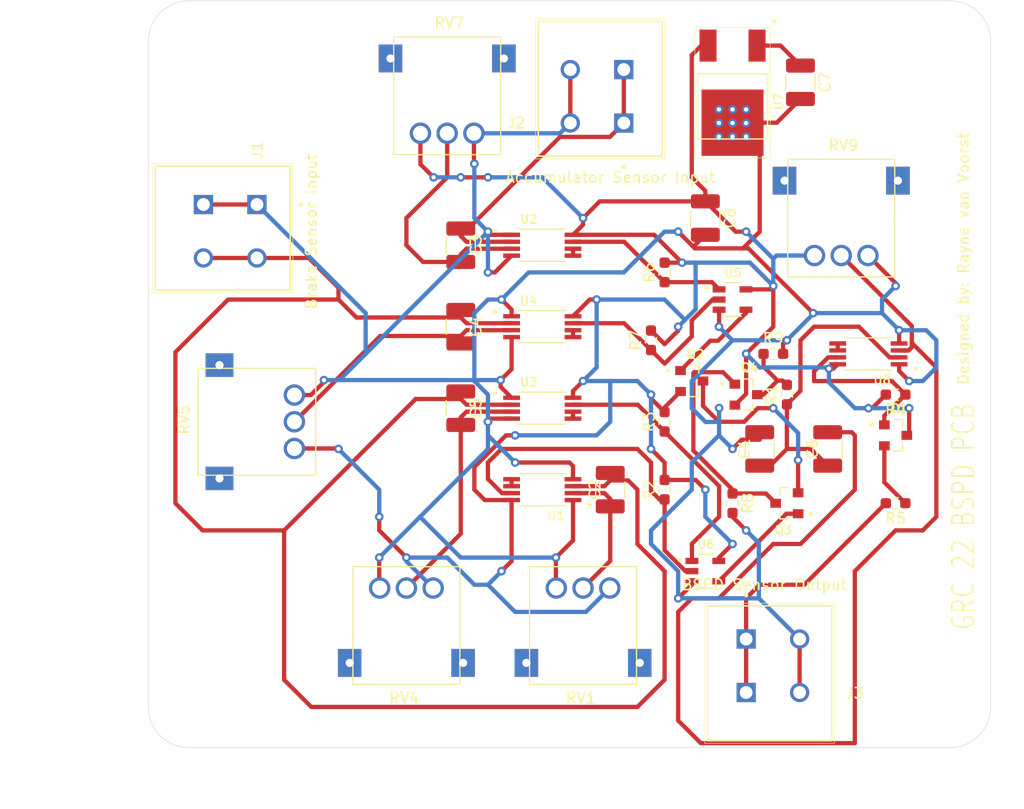
<source format=kicad_pcb>
(kicad_pcb (version 20171130) (host pcbnew "(5.1.12)-1")

  (general
    (thickness 1.6)
    (drawings 12)
    (tracks 463)
    (zones 0)
    (modules 41)
    (nets 29)
  )

  (page A4)
  (layers
    (0 F.Cu signal)
    (31 B.Cu signal)
    (32 B.Adhes user)
    (33 F.Adhes user)
    (34 B.Paste user)
    (35 F.Paste user)
    (36 B.SilkS user)
    (37 F.SilkS user)
    (38 B.Mask user)
    (39 F.Mask user)
    (40 Dwgs.User user)
    (41 Cmts.User user)
    (42 Eco1.User user)
    (43 Eco2.User user)
    (44 Edge.Cuts user)
    (45 Margin user)
    (46 B.CrtYd user)
    (47 F.CrtYd user)
    (48 B.Fab user)
    (49 F.Fab user)
  )

  (setup
    (last_trace_width 0.4)
    (trace_clearance 0.2)
    (zone_clearance 0.508)
    (zone_45_only no)
    (trace_min 0.2)
    (via_size 0.8)
    (via_drill 0.4)
    (via_min_size 0.4)
    (via_min_drill 0.3)
    (uvia_size 0.3)
    (uvia_drill 0.1)
    (uvias_allowed no)
    (uvia_min_size 0.2)
    (uvia_min_drill 0.1)
    (edge_width 0.05)
    (segment_width 0.2)
    (pcb_text_width 0.3)
    (pcb_text_size 1.5 1.5)
    (mod_edge_width 0.12)
    (mod_text_size 1 1)
    (mod_text_width 0.15)
    (pad_size 1.524 1.524)
    (pad_drill 0.762)
    (pad_to_mask_clearance 0)
    (aux_axis_origin 0 0)
    (visible_elements 7FFFFFFF)
    (pcbplotparams
      (layerselection 0x010fc_ffffffff)
      (usegerberextensions false)
      (usegerberattributes true)
      (usegerberadvancedattributes true)
      (creategerberjobfile true)
      (excludeedgelayer true)
      (linewidth 0.100000)
      (plotframeref false)
      (viasonmask false)
      (mode 1)
      (useauxorigin false)
      (hpglpennumber 1)
      (hpglpenspeed 20)
      (hpglpendiameter 15.000000)
      (psnegative false)
      (psa4output false)
      (plotreference true)
      (plotvalue true)
      (plotinvisibletext false)
      (padsonsilk false)
      (subtractmaskfromsilk false)
      (outputformat 1)
      (mirror false)
      (drillshape 1)
      (scaleselection 1)
      (outputdirectory ""))
  )

  (net 0 "")
  (net 1 GND)
  (net 2 "Net-(C1-Pad1)")
  (net 3 "Net-(C2-Pad1)")
  (net 4 "Net-(C3-Pad2)")
  (net 5 "Net-(C4-Pad2)")
  (net 6 "Net-(C5-Pad2)")
  (net 7 "Net-(C6-Pad2)")
  (net 8 /Brake_Sensor)
  (net 9 /Relay_signal)
  (net 10 "Net-(Q1-Pad2)")
  (net 11 "Net-(Q1-Pad1)")
  (net 12 +12V)
  (net 13 "Net-(R2-Pad1)")
  (net 14 "Net-(R3-Pad1)")
  (net 15 "Net-(U1-Pad5)")
  (net 16 "Net-(U2-Pad5)")
  (net 17 "Net-(U3-Pad5)")
  (net 18 "Net-(U4-Pad5)")
  (net 19 "Net-(U8-Pad5)")
  (net 20 /Accum_sensor)
  (net 21 "Net-(R6-Pad1)")
  (net 22 "Net-(R7-Pad1)")
  (net 23 "Net-(Q2-Pad3)")
  (net 24 "Net-(Q2-Pad1)")
  (net 25 "Net-(Q3-Pad3)")
  (net 26 "Net-(Q3-Pad1)")
  (net 27 "Net-(Q4-Pad3)")
  (net 28 +BATT)

  (net_class Default "This is the default net class."
    (clearance 0.2)
    (trace_width 0.4)
    (via_dia 0.8)
    (via_drill 0.4)
    (uvia_dia 0.3)
    (uvia_drill 0.1)
    (add_net +12V)
    (add_net +BATT)
    (add_net /Accum_sensor)
    (add_net /Brake_Sensor)
    (add_net /Relay_signal)
    (add_net GND)
    (add_net "Net-(C1-Pad1)")
    (add_net "Net-(C2-Pad1)")
    (add_net "Net-(C3-Pad2)")
    (add_net "Net-(C4-Pad2)")
    (add_net "Net-(C5-Pad2)")
    (add_net "Net-(C6-Pad2)")
    (add_net "Net-(Q1-Pad1)")
    (add_net "Net-(Q1-Pad2)")
    (add_net "Net-(Q2-Pad1)")
    (add_net "Net-(Q2-Pad3)")
    (add_net "Net-(Q3-Pad1)")
    (add_net "Net-(Q3-Pad3)")
    (add_net "Net-(Q4-Pad3)")
    (add_net "Net-(R2-Pad1)")
    (add_net "Net-(R3-Pad1)")
    (add_net "Net-(R6-Pad1)")
    (add_net "Net-(R7-Pad1)")
    (add_net "Net-(U1-Pad5)")
    (add_net "Net-(U2-Pad5)")
    (add_net "Net-(U3-Pad5)")
    (add_net "Net-(U4-Pad5)")
    (add_net "Net-(U8-Pad5)")
  )

  (module bspd:TO229P990X238-4N (layer F.Cu) (tedit 624A895A) (tstamp 62B2583F)
    (at 127 83.82 270)
    (path /62D15408)
    (fp_text reference U7 (at 0.54 -4.308 90) (layer F.SilkS)
      (effects (font (size 0.8 0.8) (thickness 0.15)))
    )
    (fp_text value MC78M12ABDTRKG (at 0.03 5.37 90) (layer Dwgs.User)
      (effects (font (size 0.8 0.8) (thickness 0.15)))
    )
    (fp_line (start 5.81 -3.52) (end -6.4 -3.52) (layer F.SilkS) (width 0.05))
    (fp_line (start 5.81 3.52) (end 5.81 -3.52) (layer F.SilkS) (width 0.05))
    (fp_line (start -6.4 3.52) (end 5.81 3.52) (layer F.SilkS) (width 0.05))
    (fp_line (start -6.4 -3.52) (end -6.4 3.52) (layer F.SilkS) (width 0.05))
    (fp_line (start -2.065 3.27) (end 4.03 3.27) (layer F.SilkS) (width 0.127))
    (fp_line (start -2.065 -3.27) (end -2.065 3.27) (layer F.SilkS) (width 0.127))
    (fp_line (start 4.03 -3.27) (end -2.065 -3.27) (layer F.SilkS) (width 0.127))
    (fp_line (start 4.03 -3.27) (end -2.065 -3.27) (layer F.SilkS) (width 0.127))
    (fp_line (start 4.03 3.27) (end 4.03 -3.27) (layer F.SilkS) (width 0.127))
    (fp_line (start -2.065 3.27) (end 4.03 3.27) (layer F.SilkS) (width 0.127))
    (fp_line (start -2.065 -3.27) (end -2.065 3.27) (layer F.SilkS) (width 0.127))
    (fp_circle (center -6.96 -3.91) (end -6.86 -3.91) (layer F.SilkS) (width 0.2))
    (pad 1 smd rect (at -4.7 -2.29 270) (size 3 1.6) (layers F.Cu F.Paste F.Mask)
      (net 28 +BATT))
    (pad 3 smd rect (at -4.7 2.29 270) (size 3 1.6) (layers F.Cu F.Paste F.Mask)
      (net 12 +12V))
    (pad 4 smd rect (at 2.51 0 270) (size 6.2 5.8) (layers F.Cu F.Mask)
      (net 1 GND))
    (model "${KIPRJMOD}/CAD/3D models/MC78M12ABDTRKG.STEP"
      (at (xyz 0 0 0))
      (scale (xyz 1 1 1))
      (rotate (xyz -90 0 0))
    )
  )

  (module bspd:C_1210_3225Metric_Pad1.33x2.70mm_HandSolder (layer F.Cu) (tedit 5F68FEEF) (tstamp 62AACC02)
    (at 135.89 116.84 90)
    (descr "Capacitor SMD 1210 (3225 Metric), square (rectangular) end terminal, IPC_7351 nominal with elongated pad for handsoldering. (Body size source: IPC-SM-782 page 76, https://www.pcb-3d.com/wordpress/wp-content/uploads/ipc-sm-782a_amendment_1_and_2.pdf), generated with kicad-footprint-generator")
    (tags "capacitor handsolder")
    (path /62AD066D)
    (attr smd)
    (fp_text reference C6 (at 0 -1.43 90) (layer F.SilkS)
      (effects (font (size 1 1) (thickness 0.15)))
    )
    (fp_text value C_Small (at 0 1.43 90) (layer F.Fab)
      (effects (font (size 1 1) (thickness 0.15)))
    )
    (fp_text user %R (at 0 0 90) (layer F.Fab)
      (effects (font (size 0.4 0.4) (thickness 0.06)))
    )
    (fp_line (start -1.6 1.25) (end -1.6 -1.25) (layer F.Fab) (width 0.1))
    (fp_line (start -1.6 -1.25) (end 1.6 -1.25) (layer F.Fab) (width 0.1))
    (fp_line (start 1.6 -1.25) (end 1.6 1.25) (layer F.Fab) (width 0.1))
    (fp_line (start 1.6 1.25) (end -1.6 1.25) (layer F.Fab) (width 0.1))
    (fp_line (start -0.711252 -1.36) (end 0.711252 -1.36) (layer F.SilkS) (width 0.12))
    (fp_line (start -0.711252 1.36) (end 0.711252 1.36) (layer F.SilkS) (width 0.12))
    (fp_line (start -2.48 1.6) (end -2.48 -1.6) (layer F.CrtYd) (width 0.05))
    (fp_line (start -2.48 -1.6) (end 2.48 -1.6) (layer F.CrtYd) (width 0.05))
    (fp_line (start 2.48 -1.6) (end 2.48 1.6) (layer F.CrtYd) (width 0.05))
    (fp_line (start 2.48 1.6) (end -2.48 1.6) (layer F.CrtYd) (width 0.05))
    (pad 2 smd roundrect (at 1.5625 0 90) (size 1.325 2.7) (layers F.Cu F.Paste F.Mask) (roundrect_rratio 0.188679)
      (net 7 "Net-(C6-Pad2)"))
    (pad 1 smd roundrect (at -1.5625 0 90) (size 1.325 2.7) (layers F.Cu F.Paste F.Mask) (roundrect_rratio 0.188679)
      (net 2 "Net-(C1-Pad1)"))
    (model ${KISYS3DMOD}/Capacitor_SMD.3dshapes/C_1210_3225Metric.wrl
      (at (xyz 0 0 0))
      (scale (xyz 1 1 1))
      (rotate (xyz 0 0 0))
    )
  )

  (module bspd:C_1210_3225Metric_Pad1.33x2.70mm_HandSolder (layer F.Cu) (tedit 5F68FEEF) (tstamp 62AACBAD)
    (at 129.54 116.84 90)
    (descr "Capacitor SMD 1210 (3225 Metric), square (rectangular) end terminal, IPC_7351 nominal with elongated pad for handsoldering. (Body size source: IPC-SM-782 page 76, https://www.pcb-3d.com/wordpress/wp-content/uploads/ipc-sm-782a_amendment_1_and_2.pdf), generated with kicad-footprint-generator")
    (tags "capacitor handsolder")
    (path /629BA66D)
    (attr smd)
    (fp_text reference C1 (at 0 -1.43 90) (layer F.SilkS)
      (effects (font (size 1 1) (thickness 0.15)))
    )
    (fp_text value C_Small (at 0 1.43 90) (layer F.Fab)
      (effects (font (size 1 1) (thickness 0.15)))
    )
    (fp_text user %R (at 0 0 90) (layer F.Fab)
      (effects (font (size 0.4 0.4) (thickness 0.06)))
    )
    (fp_line (start -1.6 1.25) (end -1.6 -1.25) (layer F.Fab) (width 0.1))
    (fp_line (start -1.6 -1.25) (end 1.6 -1.25) (layer F.Fab) (width 0.1))
    (fp_line (start 1.6 -1.25) (end 1.6 1.25) (layer F.Fab) (width 0.1))
    (fp_line (start 1.6 1.25) (end -1.6 1.25) (layer F.Fab) (width 0.1))
    (fp_line (start -0.711252 -1.36) (end 0.711252 -1.36) (layer F.SilkS) (width 0.12))
    (fp_line (start -0.711252 1.36) (end 0.711252 1.36) (layer F.SilkS) (width 0.12))
    (fp_line (start -2.48 1.6) (end -2.48 -1.6) (layer F.CrtYd) (width 0.05))
    (fp_line (start -2.48 -1.6) (end 2.48 -1.6) (layer F.CrtYd) (width 0.05))
    (fp_line (start 2.48 -1.6) (end 2.48 1.6) (layer F.CrtYd) (width 0.05))
    (fp_line (start 2.48 1.6) (end -2.48 1.6) (layer F.CrtYd) (width 0.05))
    (pad 2 smd roundrect (at 1.5625 0 90) (size 1.325 2.7) (layers F.Cu F.Paste F.Mask) (roundrect_rratio 0.188679)
      (net 1 GND))
    (pad 1 smd roundrect (at -1.5625 0 90) (size 1.325 2.7) (layers F.Cu F.Paste F.Mask) (roundrect_rratio 0.188679)
      (net 2 "Net-(C1-Pad1)"))
    (model ${KISYS3DMOD}/Capacitor_SMD.3dshapes/C_1210_3225Metric.wrl
      (at (xyz 0 0 0))
      (scale (xyz 1 1 1))
      (rotate (xyz 0 0 0))
    )
  )

  (module bspd:C_1210_3225Metric_Pad1.33x2.70mm_HandSolder (layer F.Cu) (tedit 5F68FEEF) (tstamp 62AACBBE)
    (at 115.57 120.65 90)
    (descr "Capacitor SMD 1210 (3225 Metric), square (rectangular) end terminal, IPC_7351 nominal with elongated pad for handsoldering. (Body size source: IPC-SM-782 page 76, https://www.pcb-3d.com/wordpress/wp-content/uploads/ipc-sm-782a_amendment_1_and_2.pdf), generated with kicad-footprint-generator")
    (tags "capacitor handsolder")
    (path /62AD8F64)
    (attr smd)
    (fp_text reference C2 (at 0 -1.43 90) (layer F.SilkS)
      (effects (font (size 1 1) (thickness 0.15)))
    )
    (fp_text value C_Small (at 0 1.43 90) (layer F.Fab)
      (effects (font (size 1 1) (thickness 0.15)))
    )
    (fp_text user %R (at 0 0 90) (layer F.Fab)
      (effects (font (size 0.4 0.4) (thickness 0.06)))
    )
    (fp_line (start -1.6 1.25) (end -1.6 -1.25) (layer F.Fab) (width 0.1))
    (fp_line (start -1.6 -1.25) (end 1.6 -1.25) (layer F.Fab) (width 0.1))
    (fp_line (start 1.6 -1.25) (end 1.6 1.25) (layer F.Fab) (width 0.1))
    (fp_line (start 1.6 1.25) (end -1.6 1.25) (layer F.Fab) (width 0.1))
    (fp_line (start -0.711252 -1.36) (end 0.711252 -1.36) (layer F.SilkS) (width 0.12))
    (fp_line (start -0.711252 1.36) (end 0.711252 1.36) (layer F.SilkS) (width 0.12))
    (fp_line (start -2.48 1.6) (end -2.48 -1.6) (layer F.CrtYd) (width 0.05))
    (fp_line (start -2.48 -1.6) (end 2.48 -1.6) (layer F.CrtYd) (width 0.05))
    (fp_line (start 2.48 -1.6) (end 2.48 1.6) (layer F.CrtYd) (width 0.05))
    (fp_line (start 2.48 1.6) (end -2.48 1.6) (layer F.CrtYd) (width 0.05))
    (pad 2 smd roundrect (at 1.5625 0 90) (size 1.325 2.7) (layers F.Cu F.Paste F.Mask) (roundrect_rratio 0.188679)
      (net 8 /Brake_Sensor))
    (pad 1 smd roundrect (at -1.5625 0 90) (size 1.325 2.7) (layers F.Cu F.Paste F.Mask) (roundrect_rratio 0.188679)
      (net 3 "Net-(C2-Pad1)"))
    (model ${KISYS3DMOD}/Capacitor_SMD.3dshapes/C_1210_3225Metric.wrl
      (at (xyz 0 0 0))
      (scale (xyz 1 1 1))
      (rotate (xyz 0 0 0))
    )
  )

  (module bspd:C_1210_3225Metric_Pad1.33x2.70mm_HandSolder (layer F.Cu) (tedit 5F68FEEF) (tstamp 62AACBCF)
    (at 101.6 97.79 270)
    (descr "Capacitor SMD 1210 (3225 Metric), square (rectangular) end terminal, IPC_7351 nominal with elongated pad for handsoldering. (Body size source: IPC-SM-782 page 76, https://www.pcb-3d.com/wordpress/wp-content/uploads/ipc-sm-782a_amendment_1_and_2.pdf), generated with kicad-footprint-generator")
    (tags "capacitor handsolder")
    (path /62ADBEA9)
    (attr smd)
    (fp_text reference C3 (at 0 -1.43 90) (layer F.SilkS)
      (effects (font (size 1 1) (thickness 0.15)))
    )
    (fp_text value C_Small (at 0 1.43 90) (layer F.Fab)
      (effects (font (size 1 1) (thickness 0.15)))
    )
    (fp_text user %R (at 0 0 90) (layer F.Fab)
      (effects (font (size 0.4 0.4) (thickness 0.06)))
    )
    (fp_line (start -1.6 1.25) (end -1.6 -1.25) (layer F.Fab) (width 0.1))
    (fp_line (start -1.6 -1.25) (end 1.6 -1.25) (layer F.Fab) (width 0.1))
    (fp_line (start 1.6 -1.25) (end 1.6 1.25) (layer F.Fab) (width 0.1))
    (fp_line (start 1.6 1.25) (end -1.6 1.25) (layer F.Fab) (width 0.1))
    (fp_line (start -0.711252 -1.36) (end 0.711252 -1.36) (layer F.SilkS) (width 0.12))
    (fp_line (start -0.711252 1.36) (end 0.711252 1.36) (layer F.SilkS) (width 0.12))
    (fp_line (start -2.48 1.6) (end -2.48 -1.6) (layer F.CrtYd) (width 0.05))
    (fp_line (start -2.48 -1.6) (end 2.48 -1.6) (layer F.CrtYd) (width 0.05))
    (fp_line (start 2.48 -1.6) (end 2.48 1.6) (layer F.CrtYd) (width 0.05))
    (fp_line (start 2.48 1.6) (end -2.48 1.6) (layer F.CrtYd) (width 0.05))
    (pad 2 smd roundrect (at 1.5625 0 270) (size 1.325 2.7) (layers F.Cu F.Paste F.Mask) (roundrect_rratio 0.188679)
      (net 4 "Net-(C3-Pad2)"))
    (pad 1 smd roundrect (at -1.5625 0 270) (size 1.325 2.7) (layers F.Cu F.Paste F.Mask) (roundrect_rratio 0.188679)
      (net 20 /Accum_sensor))
    (model ${KISYS3DMOD}/Capacitor_SMD.3dshapes/C_1210_3225Metric.wrl
      (at (xyz 0 0 0))
      (scale (xyz 1 1 1))
      (rotate (xyz 0 0 0))
    )
  )

  (module bspd:C_1210_3225Metric_Pad1.33x2.70mm_HandSolder (layer F.Cu) (tedit 5F68FEEF) (tstamp 62AACBE0)
    (at 101.6 105.41 270)
    (descr "Capacitor SMD 1210 (3225 Metric), square (rectangular) end terminal, IPC_7351 nominal with elongated pad for handsoldering. (Body size source: IPC-SM-782 page 76, https://www.pcb-3d.com/wordpress/wp-content/uploads/ipc-sm-782a_amendment_1_and_2.pdf), generated with kicad-footprint-generator")
    (tags "capacitor handsolder")
    (path /62AD33F8)
    (attr smd)
    (fp_text reference C4 (at 0 -1.43 90) (layer F.SilkS)
      (effects (font (size 1 1) (thickness 0.15)))
    )
    (fp_text value C_Small (at 0 1.43 90) (layer F.Fab)
      (effects (font (size 1 1) (thickness 0.15)))
    )
    (fp_text user %R (at 0 0 90) (layer F.Fab)
      (effects (font (size 0.4 0.4) (thickness 0.06)))
    )
    (fp_line (start -1.6 1.25) (end -1.6 -1.25) (layer F.Fab) (width 0.1))
    (fp_line (start -1.6 -1.25) (end 1.6 -1.25) (layer F.Fab) (width 0.1))
    (fp_line (start 1.6 -1.25) (end 1.6 1.25) (layer F.Fab) (width 0.1))
    (fp_line (start 1.6 1.25) (end -1.6 1.25) (layer F.Fab) (width 0.1))
    (fp_line (start -0.711252 -1.36) (end 0.711252 -1.36) (layer F.SilkS) (width 0.12))
    (fp_line (start -0.711252 1.36) (end 0.711252 1.36) (layer F.SilkS) (width 0.12))
    (fp_line (start -2.48 1.6) (end -2.48 -1.6) (layer F.CrtYd) (width 0.05))
    (fp_line (start -2.48 -1.6) (end 2.48 -1.6) (layer F.CrtYd) (width 0.05))
    (fp_line (start 2.48 -1.6) (end 2.48 1.6) (layer F.CrtYd) (width 0.05))
    (fp_line (start 2.48 1.6) (end -2.48 1.6) (layer F.CrtYd) (width 0.05))
    (pad 2 smd roundrect (at 1.5625 0 270) (size 1.325 2.7) (layers F.Cu F.Paste F.Mask) (roundrect_rratio 0.188679)
      (net 5 "Net-(C4-Pad2)"))
    (pad 1 smd roundrect (at -1.5625 0 270) (size 1.325 2.7) (layers F.Cu F.Paste F.Mask) (roundrect_rratio 0.188679)
      (net 8 /Brake_Sensor))
    (model ${KISYS3DMOD}/Capacitor_SMD.3dshapes/C_1210_3225Metric.wrl
      (at (xyz 0 0 0))
      (scale (xyz 1 1 1))
      (rotate (xyz 0 0 0))
    )
  )

  (module bspd:C_1210_3225Metric_Pad1.33x2.70mm_HandSolder (layer F.Cu) (tedit 5F68FEEF) (tstamp 62AACBF1)
    (at 101.6 113.03 270)
    (descr "Capacitor SMD 1210 (3225 Metric), square (rectangular) end terminal, IPC_7351 nominal with elongated pad for handsoldering. (Body size source: IPC-SM-782 page 76, https://www.pcb-3d.com/wordpress/wp-content/uploads/ipc-sm-782a_amendment_1_and_2.pdf), generated with kicad-footprint-generator")
    (tags "capacitor handsolder")
    (path /62AD60A8)
    (attr smd)
    (fp_text reference C5 (at 0 -1.43 90) (layer F.SilkS)
      (effects (font (size 1 1) (thickness 0.15)))
    )
    (fp_text value C_Small (at 0 1.43 90) (layer F.Fab)
      (effects (font (size 1 1) (thickness 0.15)))
    )
    (fp_text user %R (at 0 0 90) (layer F.Fab)
      (effects (font (size 0.4 0.4) (thickness 0.06)))
    )
    (fp_line (start -1.6 1.25) (end -1.6 -1.25) (layer F.Fab) (width 0.1))
    (fp_line (start -1.6 -1.25) (end 1.6 -1.25) (layer F.Fab) (width 0.1))
    (fp_line (start 1.6 -1.25) (end 1.6 1.25) (layer F.Fab) (width 0.1))
    (fp_line (start 1.6 1.25) (end -1.6 1.25) (layer F.Fab) (width 0.1))
    (fp_line (start -0.711252 -1.36) (end 0.711252 -1.36) (layer F.SilkS) (width 0.12))
    (fp_line (start -0.711252 1.36) (end 0.711252 1.36) (layer F.SilkS) (width 0.12))
    (fp_line (start -2.48 1.6) (end -2.48 -1.6) (layer F.CrtYd) (width 0.05))
    (fp_line (start -2.48 -1.6) (end 2.48 -1.6) (layer F.CrtYd) (width 0.05))
    (fp_line (start 2.48 -1.6) (end 2.48 1.6) (layer F.CrtYd) (width 0.05))
    (fp_line (start 2.48 1.6) (end -2.48 1.6) (layer F.CrtYd) (width 0.05))
    (pad 2 smd roundrect (at 1.5625 0 270) (size 1.325 2.7) (layers F.Cu F.Paste F.Mask) (roundrect_rratio 0.188679)
      (net 6 "Net-(C5-Pad2)"))
    (pad 1 smd roundrect (at -1.5625 0 270) (size 1.325 2.7) (layers F.Cu F.Paste F.Mask) (roundrect_rratio 0.188679)
      (net 8 /Brake_Sensor))
    (model ${KISYS3DMOD}/Capacitor_SMD.3dshapes/C_1210_3225Metric.wrl
      (at (xyz 0 0 0))
      (scale (xyz 1 1 1))
      (rotate (xyz 0 0 0))
    )
  )

  (module bspd:C_1210_3225Metric_Pad1.33x2.70mm_HandSolder (layer F.Cu) (tedit 5F68FEEF) (tstamp 62B2546C)
    (at 124.46 95.25 270)
    (descr "Capacitor SMD 1210 (3225 Metric), square (rectangular) end terminal, IPC_7351 nominal with elongated pad for handsoldering. (Body size source: IPC-SM-782 page 76, https://www.pcb-3d.com/wordpress/wp-content/uploads/ipc-sm-782a_amendment_1_and_2.pdf), generated with kicad-footprint-generator")
    (tags "capacitor handsolder")
    (path /62D585E0)
    (attr smd)
    (fp_text reference C8 (at 0 -2.3 90) (layer F.SilkS)
      (effects (font (size 1 1) (thickness 0.15)))
    )
    (fp_text value C_Small (at 0 2.3 90) (layer F.Fab)
      (effects (font (size 1 1) (thickness 0.15)))
    )
    (fp_text user %R (at 0 0 90) (layer F.Fab)
      (effects (font (size 0.8 0.8) (thickness 0.12)))
    )
    (fp_line (start -1.6 1.25) (end -1.6 -1.25) (layer F.Fab) (width 0.1))
    (fp_line (start -1.6 -1.25) (end 1.6 -1.25) (layer F.Fab) (width 0.1))
    (fp_line (start 1.6 -1.25) (end 1.6 1.25) (layer F.Fab) (width 0.1))
    (fp_line (start 1.6 1.25) (end -1.6 1.25) (layer F.Fab) (width 0.1))
    (fp_line (start -0.711252 -1.36) (end 0.711252 -1.36) (layer F.SilkS) (width 0.12))
    (fp_line (start -0.711252 1.36) (end 0.711252 1.36) (layer F.SilkS) (width 0.12))
    (fp_line (start -2.48 1.6) (end -2.48 -1.6) (layer F.CrtYd) (width 0.05))
    (fp_line (start -2.48 -1.6) (end 2.48 -1.6) (layer F.CrtYd) (width 0.05))
    (fp_line (start 2.48 -1.6) (end 2.48 1.6) (layer F.CrtYd) (width 0.05))
    (fp_line (start 2.48 1.6) (end -2.48 1.6) (layer F.CrtYd) (width 0.05))
    (pad 2 smd roundrect (at 1.5625 0 270) (size 1.325 2.7) (layers F.Cu F.Paste F.Mask) (roundrect_rratio 0.188679)
      (net 1 GND))
    (pad 1 smd roundrect (at -1.5625 0 270) (size 1.325 2.7) (layers F.Cu F.Paste F.Mask) (roundrect_rratio 0.188679)
      (net 12 +12V))
    (model ${KISYS3DMOD}/Capacitor_SMD.3dshapes/C_1210_3225Metric.wrl
      (at (xyz 0 0 0))
      (scale (xyz 1 1 1))
      (rotate (xyz 0 0 0))
    )
  )

  (module bspd:C_1210_3225Metric_Pad1.33x2.70mm_HandSolder (layer F.Cu) (tedit 5F68FEEF) (tstamp 62B2545B)
    (at 133.35 82.55 270)
    (descr "Capacitor SMD 1210 (3225 Metric), square (rectangular) end terminal, IPC_7351 nominal with elongated pad for handsoldering. (Body size source: IPC-SM-782 page 76, https://www.pcb-3d.com/wordpress/wp-content/uploads/ipc-sm-782a_amendment_1_and_2.pdf), generated with kicad-footprint-generator")
    (tags "capacitor handsolder")
    (path /62D5E655)
    (attr smd)
    (fp_text reference C7 (at 0 -2.3 90) (layer F.SilkS)
      (effects (font (size 1 1) (thickness 0.15)))
    )
    (fp_text value C_Small (at 0 2.3 90) (layer F.Fab)
      (effects (font (size 1 1) (thickness 0.15)))
    )
    (fp_text user %R (at 0 0 90) (layer F.Fab)
      (effects (font (size 0.8 0.8) (thickness 0.12)))
    )
    (fp_line (start -1.6 1.25) (end -1.6 -1.25) (layer F.Fab) (width 0.1))
    (fp_line (start -1.6 -1.25) (end 1.6 -1.25) (layer F.Fab) (width 0.1))
    (fp_line (start 1.6 -1.25) (end 1.6 1.25) (layer F.Fab) (width 0.1))
    (fp_line (start 1.6 1.25) (end -1.6 1.25) (layer F.Fab) (width 0.1))
    (fp_line (start -0.711252 -1.36) (end 0.711252 -1.36) (layer F.SilkS) (width 0.12))
    (fp_line (start -0.711252 1.36) (end 0.711252 1.36) (layer F.SilkS) (width 0.12))
    (fp_line (start -2.48 1.6) (end -2.48 -1.6) (layer F.CrtYd) (width 0.05))
    (fp_line (start -2.48 -1.6) (end 2.48 -1.6) (layer F.CrtYd) (width 0.05))
    (fp_line (start 2.48 -1.6) (end 2.48 1.6) (layer F.CrtYd) (width 0.05))
    (fp_line (start 2.48 1.6) (end -2.48 1.6) (layer F.CrtYd) (width 0.05))
    (pad 2 smd roundrect (at 1.5625 0 270) (size 1.325 2.7) (layers F.Cu F.Paste F.Mask) (roundrect_rratio 0.188679)
      (net 1 GND))
    (pad 1 smd roundrect (at -1.5625 0 270) (size 1.325 2.7) (layers F.Cu F.Paste F.Mask) (roundrect_rratio 0.188679)
      (net 28 +BATT))
    (model ${KISYS3DMOD}/Capacitor_SMD.3dshapes/C_1210_3225Metric.wrl
      (at (xyz 0 0 0))
      (scale (xyz 1 1 1))
      (rotate (xyz 0 0 0))
    )
  )

  (module bspd:R_0603_1608Metric_Pad0.98x0.95mm_HandSolder (layer F.Cu) (tedit 5F68FEEE) (tstamp 62B16209)
    (at 130.81 107.95)
    (descr "Resistor SMD 0603 (1608 Metric), square (rectangular) end terminal, IPC_7351 nominal with elongated pad for handsoldering. (Body size source: IPC-SM-782 page 72, https://www.pcb-3d.com/wordpress/wp-content/uploads/ipc-sm-782a_amendment_1_and_2.pdf), generated with kicad-footprint-generator")
    (tags "resistor handsolder")
    (path /62CAC557)
    (attr smd)
    (fp_text reference R9 (at 0 -1.43) (layer F.SilkS)
      (effects (font (size 1 1) (thickness 0.15)))
    )
    (fp_text value R_Small (at 0 1.43) (layer F.Fab)
      (effects (font (size 1 1) (thickness 0.15)))
    )
    (fp_line (start 1.65 0.73) (end -1.65 0.73) (layer F.CrtYd) (width 0.05))
    (fp_line (start 1.65 -0.73) (end 1.65 0.73) (layer F.CrtYd) (width 0.05))
    (fp_line (start -1.65 -0.73) (end 1.65 -0.73) (layer F.CrtYd) (width 0.05))
    (fp_line (start -1.65 0.73) (end -1.65 -0.73) (layer F.CrtYd) (width 0.05))
    (fp_line (start -0.254724 0.5225) (end 0.254724 0.5225) (layer F.SilkS) (width 0.12))
    (fp_line (start -0.254724 -0.5225) (end 0.254724 -0.5225) (layer F.SilkS) (width 0.12))
    (fp_line (start 0.8 0.4125) (end -0.8 0.4125) (layer F.Fab) (width 0.1))
    (fp_line (start 0.8 -0.4125) (end 0.8 0.4125) (layer F.Fab) (width 0.1))
    (fp_line (start -0.8 -0.4125) (end 0.8 -0.4125) (layer F.Fab) (width 0.1))
    (fp_line (start -0.8 0.4125) (end -0.8 -0.4125) (layer F.Fab) (width 0.1))
    (fp_text user %R (at 0 0) (layer F.Fab)
      (effects (font (size 0.4 0.4) (thickness 0.06)))
    )
    (pad 2 smd roundrect (at 0.9125 0) (size 0.975 0.95) (layers F.Cu F.Paste F.Mask) (roundrect_rratio 0.25)
      (net 1 GND))
    (pad 1 smd roundrect (at -0.9125 0) (size 0.975 0.95) (layers F.Cu F.Paste F.Mask) (roundrect_rratio 0.25)
      (net 27 "Net-(Q4-Pad3)"))
    (model ${KISYS3DMOD}/Resistor_SMD.3dshapes/R_0603_1608Metric.wrl
      (at (xyz 0 0 0))
      (scale (xyz 1 1 1))
      (rotate (xyz 0 0 0))
    )
  )

  (module bspd:R_0603_1608Metric_Pad0.98x0.95mm_HandSolder (layer F.Cu) (tedit 5F68FEEE) (tstamp 62B161F8)
    (at 127 121.92 270)
    (descr "Resistor SMD 0603 (1608 Metric), square (rectangular) end terminal, IPC_7351 nominal with elongated pad for handsoldering. (Body size source: IPC-SM-782 page 72, https://www.pcb-3d.com/wordpress/wp-content/uploads/ipc-sm-782a_amendment_1_and_2.pdf), generated with kicad-footprint-generator")
    (tags "resistor handsolder")
    (path /62CD305E)
    (attr smd)
    (fp_text reference R8 (at 0 -1.43 90) (layer F.SilkS)
      (effects (font (size 1 1) (thickness 0.15)))
    )
    (fp_text value R_Small (at 0 1.43 90) (layer F.Fab)
      (effects (font (size 1 1) (thickness 0.15)))
    )
    (fp_line (start 1.65 0.73) (end -1.65 0.73) (layer F.CrtYd) (width 0.05))
    (fp_line (start 1.65 -0.73) (end 1.65 0.73) (layer F.CrtYd) (width 0.05))
    (fp_line (start -1.65 -0.73) (end 1.65 -0.73) (layer F.CrtYd) (width 0.05))
    (fp_line (start -1.65 0.73) (end -1.65 -0.73) (layer F.CrtYd) (width 0.05))
    (fp_line (start -0.254724 0.5225) (end 0.254724 0.5225) (layer F.SilkS) (width 0.12))
    (fp_line (start -0.254724 -0.5225) (end 0.254724 -0.5225) (layer F.SilkS) (width 0.12))
    (fp_line (start 0.8 0.4125) (end -0.8 0.4125) (layer F.Fab) (width 0.1))
    (fp_line (start 0.8 -0.4125) (end 0.8 0.4125) (layer F.Fab) (width 0.1))
    (fp_line (start -0.8 -0.4125) (end 0.8 -0.4125) (layer F.Fab) (width 0.1))
    (fp_line (start -0.8 0.4125) (end -0.8 -0.4125) (layer F.Fab) (width 0.1))
    (fp_text user %R (at 0 0 90) (layer F.Fab)
      (effects (font (size 0.4 0.4) (thickness 0.06)))
    )
    (pad 2 smd roundrect (at 0.9125 0 270) (size 0.975 0.95) (layers F.Cu F.Paste F.Mask) (roundrect_rratio 0.25)
      (net 1 GND))
    (pad 1 smd roundrect (at -0.9125 0 270) (size 0.975 0.95) (layers F.Cu F.Paste F.Mask) (roundrect_rratio 0.25)
      (net 25 "Net-(Q3-Pad3)"))
    (model ${KISYS3DMOD}/Resistor_SMD.3dshapes/R_0603_1608Metric.wrl
      (at (xyz 0 0 0))
      (scale (xyz 1 1 1))
      (rotate (xyz 0 0 0))
    )
  )

  (module bspd:BZT03C12-TR (layer F.Cu) (tedit 628BC767) (tstamp 62B16107)
    (at 128.27 111.76)
    (path /62B24CE7)
    (fp_text reference Q4 (at 0.34 -2.508) (layer F.SilkS)
      (effects (font (size 0.8 0.8) (thickness 0.15)))
    )
    (fp_text value RSC002 (at 0.24 2.78) (layer F.Fab)
      (effects (font (size 0.8 0.8) (thickness 0.15)))
    )
    (fp_line (start -1.8 1.71) (end -1.8 -1.71) (layer F.CrtYd) (width 0.05))
    (fp_line (start -1.8 -1.71) (end 1.8 -1.71) (layer F.CrtYd) (width 0.05))
    (fp_line (start 1.8 -1.71) (end 1.8 1.71) (layer F.CrtYd) (width 0.05))
    (fp_line (start 1.8 1.71) (end -1.8 1.71) (layer F.CrtYd) (width 0.05))
    (fp_circle (center -2.22 -0.99) (end -2.12 -0.99) (layer F.SilkS) (width 0.2))
    (fp_line (start 0.65 -1.46) (end -0.65 -1.46) (layer F.Fab) (width 0.127))
    (fp_line (start -0.65 -1.46) (end -0.65 1.46) (layer F.Fab) (width 0.127))
    (fp_line (start -0.65 1.46) (end 0.65 1.46) (layer F.Fab) (width 0.127))
    (fp_line (start 0.65 1.46) (end 0.65 -1.46) (layer F.Fab) (width 0.127))
    (fp_line (start 0.65 -0.75) (end 0.65 -1.46) (layer F.SilkS) (width 0.127))
    (fp_line (start 0.65 -1.46) (end -0.23 -1.46) (layer F.SilkS) (width 0.127))
    (fp_line (start 0.65 0.75) (end 0.65 1.46) (layer F.SilkS) (width 0.127))
    (fp_line (start 0.65 1.46) (end -0.23 1.46) (layer F.SilkS) (width 0.127))
    (pad 3 smd rect (at 1.05 0 270) (size 0.85 1) (layers F.Cu F.Paste F.Mask)
      (net 27 "Net-(Q4-Pad3)"))
    (pad 1 smd rect (at -1.05 -0.98 270) (size 0.85 1) (layers F.Cu F.Paste F.Mask)
      (net 25 "Net-(Q3-Pad3)"))
    (pad 2 smd rect (at -1.05 0.98 270) (size 0.85 1) (layers F.Cu F.Paste F.Mask)
      (net 12 +12V))
    (model "${KIPRJMOD}/CAD/3D models/SOT-23.step"
      (at (xyz 0 0 0))
      (scale (xyz 1 1 1))
      (rotate (xyz 0 0 0))
    )
  )

  (module bspd:BZT03C12-TR (layer F.Cu) (tedit 628BC767) (tstamp 62B160F3)
    (at 132.08 121.92 180)
    (path /62B1A899)
    (fp_text reference Q3 (at 0.34 -2.508) (layer F.SilkS)
      (effects (font (size 0.8 0.8) (thickness 0.15)))
    )
    (fp_text value RSC002 (at 0.24 2.78) (layer F.Fab)
      (effects (font (size 0.8 0.8) (thickness 0.15)))
    )
    (fp_line (start -1.8 1.71) (end -1.8 -1.71) (layer F.CrtYd) (width 0.05))
    (fp_line (start -1.8 -1.71) (end 1.8 -1.71) (layer F.CrtYd) (width 0.05))
    (fp_line (start 1.8 -1.71) (end 1.8 1.71) (layer F.CrtYd) (width 0.05))
    (fp_line (start 1.8 1.71) (end -1.8 1.71) (layer F.CrtYd) (width 0.05))
    (fp_circle (center -2.22 -0.99) (end -2.12 -0.99) (layer F.SilkS) (width 0.2))
    (fp_line (start 0.65 -1.46) (end -0.65 -1.46) (layer F.Fab) (width 0.127))
    (fp_line (start -0.65 -1.46) (end -0.65 1.46) (layer F.Fab) (width 0.127))
    (fp_line (start -0.65 1.46) (end 0.65 1.46) (layer F.Fab) (width 0.127))
    (fp_line (start 0.65 1.46) (end 0.65 -1.46) (layer F.Fab) (width 0.127))
    (fp_line (start 0.65 -0.75) (end 0.65 -1.46) (layer F.SilkS) (width 0.127))
    (fp_line (start 0.65 -1.46) (end -0.23 -1.46) (layer F.SilkS) (width 0.127))
    (fp_line (start 0.65 0.75) (end 0.65 1.46) (layer F.SilkS) (width 0.127))
    (fp_line (start 0.65 1.46) (end -0.23 1.46) (layer F.SilkS) (width 0.127))
    (pad 3 smd rect (at 1.05 0 90) (size 0.85 1) (layers F.Cu F.Paste F.Mask)
      (net 25 "Net-(Q3-Pad3)"))
    (pad 1 smd rect (at -1.05 -0.98 90) (size 0.85 1) (layers F.Cu F.Paste F.Mask)
      (net 26 "Net-(Q3-Pad1)"))
    (pad 2 smd rect (at -1.05 0.98 90) (size 0.85 1) (layers F.Cu F.Paste F.Mask)
      (net 23 "Net-(Q2-Pad3)"))
    (model "${KIPRJMOD}/CAD/3D models/SOT-23.step"
      (at (xyz 0 0 0))
      (scale (xyz 1 1 1))
      (rotate (xyz 0 0 0))
    )
  )

  (module bspd:BZT03C12-TR (layer F.Cu) (tedit 628BC767) (tstamp 62B160DF)
    (at 123.19 110.49)
    (path /62B1FAC5)
    (fp_text reference Q2 (at 0.34 -2.508) (layer F.SilkS)
      (effects (font (size 0.8 0.8) (thickness 0.15)))
    )
    (fp_text value RSC002 (at 0.24 2.78) (layer F.Fab)
      (effects (font (size 0.8 0.8) (thickness 0.15)))
    )
    (fp_line (start -1.8 1.71) (end -1.8 -1.71) (layer F.CrtYd) (width 0.05))
    (fp_line (start -1.8 -1.71) (end 1.8 -1.71) (layer F.CrtYd) (width 0.05))
    (fp_line (start 1.8 -1.71) (end 1.8 1.71) (layer F.CrtYd) (width 0.05))
    (fp_line (start 1.8 1.71) (end -1.8 1.71) (layer F.CrtYd) (width 0.05))
    (fp_circle (center -2.22 -0.99) (end -2.12 -0.99) (layer F.SilkS) (width 0.2))
    (fp_line (start 0.65 -1.46) (end -0.65 -1.46) (layer F.Fab) (width 0.127))
    (fp_line (start -0.65 -1.46) (end -0.65 1.46) (layer F.Fab) (width 0.127))
    (fp_line (start -0.65 1.46) (end 0.65 1.46) (layer F.Fab) (width 0.127))
    (fp_line (start 0.65 1.46) (end 0.65 -1.46) (layer F.Fab) (width 0.127))
    (fp_line (start 0.65 -0.75) (end 0.65 -1.46) (layer F.SilkS) (width 0.127))
    (fp_line (start 0.65 -1.46) (end -0.23 -1.46) (layer F.SilkS) (width 0.127))
    (fp_line (start 0.65 0.75) (end 0.65 1.46) (layer F.SilkS) (width 0.127))
    (fp_line (start 0.65 1.46) (end -0.23 1.46) (layer F.SilkS) (width 0.127))
    (pad 3 smd rect (at 1.05 0 270) (size 0.85 1) (layers F.Cu F.Paste F.Mask)
      (net 23 "Net-(Q2-Pad3)"))
    (pad 1 smd rect (at -1.05 -0.98 270) (size 0.85 1) (layers F.Cu F.Paste F.Mask)
      (net 24 "Net-(Q2-Pad1)"))
    (pad 2 smd rect (at -1.05 0.98 270) (size 0.85 1) (layers F.Cu F.Paste F.Mask)
      (net 12 +12V))
    (model "${KIPRJMOD}/CAD/3D models/SOT-23.step"
      (at (xyz 0 0 0))
      (scale (xyz 1 1 1))
      (rotate (xyz 0 0 0))
    )
  )

  (module bspd:CUI_TBL001-500-02GY-2GY (layer F.Cu) (tedit 0) (tstamp 62ADEA2E)
    (at 128.27 134.62)
    (path /62AB85DA)
    (fp_text reference J3 (at 10.16 5.08) (layer F.SilkS)
      (effects (font (size 1 1) (thickness 0.15)))
    )
    (fp_text value "BSPD Sensor Output" (at 1.7 -5.08) (layer F.SilkS)
      (effects (font (size 1 1) (thickness 0.15)))
    )
    (fp_circle (center 0 -4.1) (end 0.1 -4.1) (layer F.SilkS) (width 0.2))
    (fp_circle (center 0 -4.1) (end 0.1 -4.1) (layer F.SilkS) (width 0.2))
    (fp_line (start 8.25 -3.35) (end 8.25 9.75) (layer F.SilkS) (width 0.05))
    (fp_line (start -3.85 9.75) (end -3.85 -3.35) (layer F.SilkS) (width 0.05))
    (fp_line (start 8.25 9.75) (end -3.85 9.75) (layer F.SilkS) (width 0.05))
    (fp_line (start -3.85 -3.35) (end 8.25 -3.35) (layer F.SilkS) (width 0.05))
    (fp_line (start 8 9.5) (end -3.6 9.5) (layer F.SilkS) (width 0.127))
    (fp_line (start -3.6 -3.1) (end 8 -3.1) (layer F.SilkS) (width 0.127))
    (fp_line (start 8 -3.1) (end 8 9.5) (layer F.SilkS) (width 0.127))
    (fp_line (start -3.6 9.5) (end -3.6 -3.1) (layer F.SilkS) (width 0.127))
    (fp_line (start 8 9.5) (end -3.6 9.5) (layer F.SilkS) (width 0.127))
    (fp_line (start 8 -3.1) (end 8 9.5) (layer F.SilkS) (width 0.127))
    (fp_line (start -3.6 -3.1) (end 8 -3.1) (layer F.SilkS) (width 0.127))
    (fp_line (start -3.6 9.5) (end -3.6 -3.1) (layer F.SilkS) (width 0.127))
    (pad 1 thru_hole rect (at 0 0) (size 1.8 1.8) (drill 1.2) (layers *.Cu *.Mask)
      (net 9 /Relay_signal))
    (pad 2 thru_hole circle (at 5 0) (size 1.8 1.8) (drill 1.2) (layers *.Cu *.Mask)
      (net 1 GND))
    (pad 1 thru_hole rect (at 0 5) (size 1.8 1.8) (drill 1.2) (layers *.Cu *.Mask)
      (net 9 /Relay_signal))
    (pad 2 thru_hole circle (at 5 5) (size 1.8 1.8) (drill 1.2) (layers *.Cu *.Mask)
      (net 1 GND))
    (model "${KIPRJMOD}/CAD/3D models/TBL001-500-02GY-2GY.step"
      (offset (xyz 3 3 9.5))
      (scale (xyz 1 1 1))
      (rotate (xyz 180 -90 0))
    )
  )

  (module MountingHole:MountingHole_4.3mm_M4 (layer F.Cu) (tedit 56D1B4CB) (tstamp 62AD8AC4)
    (at 78.74 138.43)
    (descr "Mounting Hole 4.3mm, no annular, M4")
    (tags "mounting hole 4.3mm no annular m4")
    (attr virtual)
    (fp_text reference REF** (at 0 -5.3) (layer Dwgs.User)
      (effects (font (size 1 1) (thickness 0.15)))
    )
    (fp_text value MountingHole_4.3mm_M4 (at 0 5.3) (layer F.Fab)
      (effects (font (size 1 1) (thickness 0.15)))
    )
    (fp_circle (center 0 0) (end 4.3 0) (layer Cmts.User) (width 0.15))
    (fp_circle (center 0 0) (end 4.55 0) (layer F.CrtYd) (width 0.05))
    (fp_text user %R (at 0.3 0) (layer F.Fab)
      (effects (font (size 1 1) (thickness 0.15)))
    )
    (pad 1 np_thru_hole circle (at 0 0) (size 4.3 4.3) (drill 4.3) (layers *.Cu *.Mask))
  )

  (module MountingHole:MountingHole_4.3mm_M4 (layer F.Cu) (tedit 56D1B4CB) (tstamp 62AD8AC4)
    (at 144.78 138.43)
    (descr "Mounting Hole 4.3mm, no annular, M4")
    (tags "mounting hole 4.3mm no annular m4")
    (attr virtual)
    (fp_text reference REF** (at -2.54 -5.08) (layer Dwgs.User)
      (effects (font (size 1 1) (thickness 0.15)))
    )
    (fp_text value MountingHole_4.3mm_M4 (at 0 5.3) (layer F.Fab)
      (effects (font (size 1 1) (thickness 0.15)))
    )
    (fp_circle (center 0 0) (end 4.3 0) (layer Cmts.User) (width 0.15))
    (fp_circle (center 0 0) (end 4.55 0) (layer F.CrtYd) (width 0.05))
    (fp_text user %R (at 0.3 0) (layer F.Fab)
      (effects (font (size 1 1) (thickness 0.15)))
    )
    (pad 1 np_thru_hole circle (at 0 0) (size 4.3 4.3) (drill 4.3) (layers *.Cu *.Mask))
  )

  (module MountingHole:MountingHole_4.3mm_M4 (layer F.Cu) (tedit 56D1B4CB) (tstamp 62AD8AC4)
    (at 144.78 81.28)
    (descr "Mounting Hole 4.3mm, no annular, M4")
    (tags "mounting hole 4.3mm no annular m4")
    (attr virtual)
    (fp_text reference REF** (at 0 -5.3) (layer Dwgs.User)
      (effects (font (size 1 1) (thickness 0.15)))
    )
    (fp_text value MountingHole_4.3mm_M4 (at 0 5.3) (layer F.Fab)
      (effects (font (size 1 1) (thickness 0.15)))
    )
    (fp_circle (center 0 0) (end 4.3 0) (layer Cmts.User) (width 0.15))
    (fp_circle (center 0 0) (end 4.55 0) (layer F.CrtYd) (width 0.05))
    (fp_text user %R (at 0.3 0) (layer F.Fab)
      (effects (font (size 1 1) (thickness 0.15)))
    )
    (pad 1 np_thru_hole circle (at 0 0) (size 4.3 4.3) (drill 4.3) (layers *.Cu *.Mask))
  )

  (module MountingHole:MountingHole_4.3mm_M4 (layer F.Cu) (tedit 56D1B4CB) (tstamp 62AD73D1)
    (at 78.74 81.28)
    (descr "Mounting Hole 4.3mm, no annular, M4")
    (tags "mounting hole 4.3mm no annular m4")
    (attr virtual)
    (fp_text reference REF** (at 0 -5.3) (layer Dwgs.User)
      (effects (font (size 1 1) (thickness 0.15)))
    )
    (fp_text value MountingHole_4.3mm_M4 (at 0 5.3) (layer F.Fab)
      (effects (font (size 1 1) (thickness 0.15)))
    )
    (fp_circle (center 0 0) (end 4.3 0) (layer Cmts.User) (width 0.15))
    (fp_circle (center 0 0) (end 4.55 0) (layer F.CrtYd) (width 0.05))
    (fp_text user %R (at 0.3 0) (layer F.Fab)
      (effects (font (size 1 1) (thickness 0.15)))
    )
    (pad 1 np_thru_hole circle (at 0 0) (size 4.3 4.3) (drill 4.3) (layers *.Cu *.Mask))
  )

  (module bspd:R_0603_1608Metric_Pad0.98x0.95mm_HandSolder (layer F.Cu) (tedit 5F68FEEE) (tstamp 62AD64A0)
    (at 119.38 106.68 90)
    (descr "Resistor SMD 0603 (1608 Metric), square (rectangular) end terminal, IPC_7351 nominal with elongated pad for handsoldering. (Body size source: IPC-SM-782 page 72, https://www.pcb-3d.com/wordpress/wp-content/uploads/ipc-sm-782a_amendment_1_and_2.pdf), generated with kicad-footprint-generator")
    (tags "resistor handsolder")
    (path /62AFF2E0)
    (attr smd)
    (fp_text reference R7 (at 0 -1.43 90) (layer F.SilkS)
      (effects (font (size 1 1) (thickness 0.15)))
    )
    (fp_text value R_Small (at 0 1.43 90) (layer F.Fab)
      (effects (font (size 1 1) (thickness 0.15)))
    )
    (fp_line (start -0.8 0.4125) (end -0.8 -0.4125) (layer F.Fab) (width 0.1))
    (fp_line (start -0.8 -0.4125) (end 0.8 -0.4125) (layer F.Fab) (width 0.1))
    (fp_line (start 0.8 -0.4125) (end 0.8 0.4125) (layer F.Fab) (width 0.1))
    (fp_line (start 0.8 0.4125) (end -0.8 0.4125) (layer F.Fab) (width 0.1))
    (fp_line (start -0.254724 -0.5225) (end 0.254724 -0.5225) (layer F.SilkS) (width 0.12))
    (fp_line (start -0.254724 0.5225) (end 0.254724 0.5225) (layer F.SilkS) (width 0.12))
    (fp_line (start -1.65 0.73) (end -1.65 -0.73) (layer F.CrtYd) (width 0.05))
    (fp_line (start -1.65 -0.73) (end 1.65 -0.73) (layer F.CrtYd) (width 0.05))
    (fp_line (start 1.65 -0.73) (end 1.65 0.73) (layer F.CrtYd) (width 0.05))
    (fp_line (start 1.65 0.73) (end -1.65 0.73) (layer F.CrtYd) (width 0.05))
    (fp_text user %R (at 0 0 90) (layer F.Fab)
      (effects (font (size 0.4 0.4) (thickness 0.06)))
    )
    (pad 2 smd roundrect (at 0.9125 0 90) (size 0.975 0.95) (layers F.Cu F.Paste F.Mask) (roundrect_rratio 0.25)
      (net 12 +12V))
    (pad 1 smd roundrect (at -0.9125 0 90) (size 0.975 0.95) (layers F.Cu F.Paste F.Mask) (roundrect_rratio 0.25)
      (net 22 "Net-(R7-Pad1)"))
    (model ${KISYS3DMOD}/Resistor_SMD.3dshapes/R_0603_1608Metric.wrl
      (at (xyz 0 0 0))
      (scale (xyz 1 1 1))
      (rotate (xyz 0 0 0))
    )
  )

  (module bspd:R_0603_1608Metric_Pad0.98x0.95mm_HandSolder (layer F.Cu) (tedit 5F68FEEE) (tstamp 62ABC27C)
    (at 120.65 100.33 90)
    (descr "Resistor SMD 0603 (1608 Metric), square (rectangular) end terminal, IPC_7351 nominal with elongated pad for handsoldering. (Body size source: IPC-SM-782 page 72, https://www.pcb-3d.com/wordpress/wp-content/uploads/ipc-sm-782a_amendment_1_and_2.pdf), generated with kicad-footprint-generator")
    (tags "resistor handsolder")
    (path /62B8D8D4)
    (attr smd)
    (fp_text reference R6 (at 0 -1.43 90) (layer F.SilkS)
      (effects (font (size 1 1) (thickness 0.15)))
    )
    (fp_text value R_Small (at 0 1.43 90) (layer F.Fab)
      (effects (font (size 1 1) (thickness 0.15)))
    )
    (fp_line (start 1.65 0.73) (end -1.65 0.73) (layer F.CrtYd) (width 0.05))
    (fp_line (start 1.65 -0.73) (end 1.65 0.73) (layer F.CrtYd) (width 0.05))
    (fp_line (start -1.65 -0.73) (end 1.65 -0.73) (layer F.CrtYd) (width 0.05))
    (fp_line (start -1.65 0.73) (end -1.65 -0.73) (layer F.CrtYd) (width 0.05))
    (fp_line (start -0.254724 0.5225) (end 0.254724 0.5225) (layer F.SilkS) (width 0.12))
    (fp_line (start -0.254724 -0.5225) (end 0.254724 -0.5225) (layer F.SilkS) (width 0.12))
    (fp_line (start 0.8 0.4125) (end -0.8 0.4125) (layer F.Fab) (width 0.1))
    (fp_line (start 0.8 -0.4125) (end 0.8 0.4125) (layer F.Fab) (width 0.1))
    (fp_line (start -0.8 -0.4125) (end 0.8 -0.4125) (layer F.Fab) (width 0.1))
    (fp_line (start -0.8 0.4125) (end -0.8 -0.4125) (layer F.Fab) (width 0.1))
    (fp_text user %R (at 0 0 90) (layer F.Fab)
      (effects (font (size 0.4 0.4) (thickness 0.06)))
    )
    (pad 2 smd roundrect (at 0.9125 0 90) (size 0.975 0.95) (layers F.Cu F.Paste F.Mask) (roundrect_rratio 0.25)
      (net 12 +12V))
    (pad 1 smd roundrect (at -0.9125 0 90) (size 0.975 0.95) (layers F.Cu F.Paste F.Mask) (roundrect_rratio 0.25)
      (net 21 "Net-(R6-Pad1)"))
    (model ${KISYS3DMOD}/Resistor_SMD.3dshapes/R_0603_1608Metric.wrl
      (at (xyz 0 0 0))
      (scale (xyz 1 1 1))
      (rotate (xyz 0 0 0))
    )
  )

  (module bspd:CUI_TBL001-500-02GY-2GY (layer F.Cu) (tedit 0) (tstamp 62AACC18)
    (at 82.55 93.98 270)
    (path /62AAD3F1)
    (fp_text reference J1 (at -5.08 0 90) (layer F.SilkS)
      (effects (font (size 1 1) (thickness 0.15)))
    )
    (fp_text value "Brake Sensor Input" (at 2.54 -5.08 90) (layer F.SilkS)
      (effects (font (size 1 1) (thickness 0.15)))
    )
    (fp_line (start -3.6 9.5) (end -3.6 -3.1) (layer F.SilkS) (width 0.127))
    (fp_line (start -3.6 -3.1) (end 8 -3.1) (layer F.SilkS) (width 0.127))
    (fp_line (start 8 -3.1) (end 8 9.5) (layer F.SilkS) (width 0.127))
    (fp_line (start 8 9.5) (end -3.6 9.5) (layer F.SilkS) (width 0.127))
    (fp_line (start -3.6 9.5) (end -3.6 -3.1) (layer F.SilkS) (width 0.127))
    (fp_line (start 8 -3.1) (end 8 9.5) (layer F.SilkS) (width 0.127))
    (fp_line (start -3.6 -3.1) (end 8 -3.1) (layer F.SilkS) (width 0.127))
    (fp_line (start 8 9.5) (end -3.6 9.5) (layer F.SilkS) (width 0.127))
    (fp_line (start -3.85 -3.35) (end 8.25 -3.35) (layer F.SilkS) (width 0.05))
    (fp_line (start 8.25 9.75) (end -3.85 9.75) (layer F.SilkS) (width 0.05))
    (fp_line (start -3.85 9.75) (end -3.85 -3.35) (layer F.SilkS) (width 0.05))
    (fp_line (start 8.25 -3.35) (end 8.25 9.75) (layer F.SilkS) (width 0.05))
    (fp_circle (center 0 -4.1) (end 0.1 -4.1) (layer F.SilkS) (width 0.2))
    (fp_circle (center 0 -4.1) (end 0.1 -4.1) (layer F.SilkS) (width 0.2))
    (pad 2 thru_hole circle (at 5 5 270) (size 1.8 1.8) (drill 1.2) (layers *.Cu *.Mask)
      (net 8 /Brake_Sensor))
    (pad 1 thru_hole rect (at 0 5 270) (size 1.8 1.8) (drill 1.2) (layers *.Cu *.Mask)
      (net 1 GND))
    (pad 2 thru_hole circle (at 5 0 270) (size 1.8 1.8) (drill 1.2) (layers *.Cu *.Mask)
      (net 8 /Brake_Sensor))
    (pad 1 thru_hole rect (at 0 0 270) (size 1.8 1.8) (drill 1.2) (layers *.Cu *.Mask)
      (net 1 GND))
    (model "${KIPRJMOD}/CAD/3D models/TBL001-500-02GY-2GY.step"
      (offset (xyz 3 3 9.5))
      (scale (xyz 1 1 1))
      (rotate (xyz 180 -90 0))
    )
  )

  (module bspd:CUI_TBL001-500-02GY-2GY (layer F.Cu) (tedit 0) (tstamp 62AACC2E)
    (at 116.84 86.36 180)
    (path /62A9564D)
    (fp_text reference J2 (at 10.08 0) (layer F.SilkS)
      (effects (font (size 1 1) (thickness 0.15)))
    )
    (fp_text value "Accumulator Sensor Input" (at 1.27 -5.08) (layer F.SilkS)
      (effects (font (size 1 1) (thickness 0.15)))
    )
    (fp_line (start -3.6 9.5) (end -3.6 -3.1) (layer F.SilkS) (width 0.127))
    (fp_line (start -3.6 -3.1) (end 8 -3.1) (layer F.SilkS) (width 0.127))
    (fp_line (start 8 -3.1) (end 8 9.5) (layer F.SilkS) (width 0.127))
    (fp_line (start 8 9.5) (end -3.6 9.5) (layer F.SilkS) (width 0.127))
    (fp_line (start -3.6 9.5) (end -3.6 -3.1) (layer F.SilkS) (width 0.127))
    (fp_line (start 8 -3.1) (end 8 9.5) (layer F.SilkS) (width 0.127))
    (fp_line (start -3.6 -3.1) (end 8 -3.1) (layer F.SilkS) (width 0.127))
    (fp_line (start 8 9.5) (end -3.6 9.5) (layer F.SilkS) (width 0.127))
    (fp_line (start -3.85 -3.35) (end 8.25 -3.35) (layer F.SilkS) (width 0.05))
    (fp_line (start 8.25 9.75) (end -3.85 9.75) (layer F.SilkS) (width 0.05))
    (fp_line (start -3.85 9.75) (end -3.85 -3.35) (layer F.SilkS) (width 0.05))
    (fp_line (start 8.25 -3.35) (end 8.25 9.75) (layer F.SilkS) (width 0.05))
    (fp_circle (center 0 -4.1) (end 0.1 -4.1) (layer F.SilkS) (width 0.2))
    (fp_circle (center 0 -4.1) (end 0.1 -4.1) (layer F.SilkS) (width 0.2))
    (pad 2 thru_hole circle (at 5 5 180) (size 1.8 1.8) (drill 1.2) (layers *.Cu *.Mask)
      (net 1 GND))
    (pad 1 thru_hole rect (at 0 5 180) (size 1.8 1.8) (drill 1.2) (layers *.Cu *.Mask)
      (net 20 /Accum_sensor))
    (pad 2 thru_hole circle (at 5 0 180) (size 1.8 1.8) (drill 1.2) (layers *.Cu *.Mask)
      (net 1 GND))
    (pad 1 thru_hole rect (at 0 0 180) (size 1.8 1.8) (drill 1.2) (layers *.Cu *.Mask)
      (net 20 /Accum_sensor))
    (model "${KIPRJMOD}/CAD/3D models/TBL001-500-02GY-2GY.step"
      (offset (xyz 3 3 9.5))
      (scale (xyz 1 1 1))
      (rotate (xyz 180 -90 0))
    )
  )

  (module bspd:BZT03C12-TR (layer F.Cu) (tedit 628BC767) (tstamp 62AACC58)
    (at 142.24 115.57)
    (path /62AF12BC)
    (fp_text reference Q1 (at 0.34 -2.508) (layer F.SilkS)
      (effects (font (size 0.8 0.8) (thickness 0.15)))
    )
    (fp_text value RSC002 (at 0.24 2.78) (layer F.Fab)
      (effects (font (size 0.8 0.8) (thickness 0.15)))
    )
    (fp_line (start -1.8 1.71) (end -1.8 -1.71) (layer F.CrtYd) (width 0.05))
    (fp_line (start -1.8 -1.71) (end 1.8 -1.71) (layer F.CrtYd) (width 0.05))
    (fp_line (start 1.8 -1.71) (end 1.8 1.71) (layer F.CrtYd) (width 0.05))
    (fp_line (start 1.8 1.71) (end -1.8 1.71) (layer F.CrtYd) (width 0.05))
    (fp_circle (center -2.22 -0.99) (end -2.12 -0.99) (layer F.SilkS) (width 0.2))
    (fp_line (start 0.65 -1.46) (end -0.65 -1.46) (layer F.Fab) (width 0.127))
    (fp_line (start -0.65 -1.46) (end -0.65 1.46) (layer F.Fab) (width 0.127))
    (fp_line (start -0.65 1.46) (end 0.65 1.46) (layer F.Fab) (width 0.127))
    (fp_line (start 0.65 1.46) (end 0.65 -1.46) (layer F.Fab) (width 0.127))
    (fp_line (start 0.65 -0.75) (end 0.65 -1.46) (layer F.SilkS) (width 0.127))
    (fp_line (start 0.65 -1.46) (end -0.23 -1.46) (layer F.SilkS) (width 0.127))
    (fp_line (start 0.65 0.75) (end 0.65 1.46) (layer F.SilkS) (width 0.127))
    (fp_line (start 0.65 1.46) (end -0.23 1.46) (layer F.SilkS) (width 0.127))
    (pad 2 smd rect (at -1.05 0.98 270) (size 0.85 1) (layers F.Cu F.Paste F.Mask)
      (net 10 "Net-(Q1-Pad2)"))
    (pad 1 smd rect (at -1.05 -0.98 270) (size 0.85 1) (layers F.Cu F.Paste F.Mask)
      (net 11 "Net-(Q1-Pad1)"))
    (pad 3 smd rect (at 1.05 0 270) (size 0.85 1) (layers F.Cu F.Paste F.Mask)
      (net 12 +12V))
    (model "${KIPRJMOD}/CAD/3D models/SOT-23.step"
      (at (xyz 0 0 0))
      (scale (xyz 1 1 1))
      (rotate (xyz 0 0 0))
    )
  )

  (module bspd:R_0603_1608Metric_Pad0.98x0.95mm_HandSolder (layer F.Cu) (tedit 5F68FEEE) (tstamp 62AACC69)
    (at 132.08 111.76 90)
    (descr "Resistor SMD 0603 (1608 Metric), square (rectangular) end terminal, IPC_7351 nominal with elongated pad for handsoldering. (Body size source: IPC-SM-782 page 72, https://www.pcb-3d.com/wordpress/wp-content/uploads/ipc-sm-782a_amendment_1_and_2.pdf), generated with kicad-footprint-generator")
    (tags "resistor handsolder")
    (path /629C0618)
    (attr smd)
    (fp_text reference R1 (at 0 -1.43 90) (layer F.SilkS)
      (effects (font (size 1 1) (thickness 0.15)))
    )
    (fp_text value R_Small (at 0 1.43 90) (layer F.Fab)
      (effects (font (size 1 1) (thickness 0.15)))
    )
    (fp_line (start 1.65 0.73) (end -1.65 0.73) (layer F.CrtYd) (width 0.05))
    (fp_line (start 1.65 -0.73) (end 1.65 0.73) (layer F.CrtYd) (width 0.05))
    (fp_line (start -1.65 -0.73) (end 1.65 -0.73) (layer F.CrtYd) (width 0.05))
    (fp_line (start -1.65 0.73) (end -1.65 -0.73) (layer F.CrtYd) (width 0.05))
    (fp_line (start -0.254724 0.5225) (end 0.254724 0.5225) (layer F.SilkS) (width 0.12))
    (fp_line (start -0.254724 -0.5225) (end 0.254724 -0.5225) (layer F.SilkS) (width 0.12))
    (fp_line (start 0.8 0.4125) (end -0.8 0.4125) (layer F.Fab) (width 0.1))
    (fp_line (start 0.8 -0.4125) (end 0.8 0.4125) (layer F.Fab) (width 0.1))
    (fp_line (start -0.8 -0.4125) (end 0.8 -0.4125) (layer F.Fab) (width 0.1))
    (fp_line (start -0.8 0.4125) (end -0.8 -0.4125) (layer F.Fab) (width 0.1))
    (fp_text user %R (at 0 0 90) (layer F.Fab)
      (effects (font (size 0.4 0.4) (thickness 0.06)))
    )
    (pad 1 smd roundrect (at -0.9125 0 90) (size 0.975 0.95) (layers F.Cu F.Paste F.Mask) (roundrect_rratio 0.25)
      (net 2 "Net-(C1-Pad1)"))
    (pad 2 smd roundrect (at 0.9125 0 90) (size 0.975 0.95) (layers F.Cu F.Paste F.Mask) (roundrect_rratio 0.25)
      (net 27 "Net-(Q4-Pad3)"))
    (model "${KIPRJMOD}/CAD/3D models/R_0603_1608Metric.step"
      (at (xyz 0 0 0))
      (scale (xyz 1 1 1))
      (rotate (xyz 0 0 0))
    )
  )

  (module bspd:R_0603_1608Metric_Pad0.98x0.95mm_HandSolder (layer F.Cu) (tedit 5F68FEEE) (tstamp 62AACC7A)
    (at 120.65 120.65 90)
    (descr "Resistor SMD 0603 (1608 Metric), square (rectangular) end terminal, IPC_7351 nominal with elongated pad for handsoldering. (Body size source: IPC-SM-782 page 72, https://www.pcb-3d.com/wordpress/wp-content/uploads/ipc-sm-782a_amendment_1_and_2.pdf), generated with kicad-footprint-generator")
    (tags "resistor handsolder")
    (path /62AE3294)
    (attr smd)
    (fp_text reference R2 (at 0 -1.43 90) (layer F.SilkS)
      (effects (font (size 1 1) (thickness 0.15)))
    )
    (fp_text value R_Small (at 0 1.43 90) (layer F.Fab)
      (effects (font (size 1 1) (thickness 0.15)))
    )
    (fp_line (start -0.8 0.4125) (end -0.8 -0.4125) (layer F.Fab) (width 0.1))
    (fp_line (start -0.8 -0.4125) (end 0.8 -0.4125) (layer F.Fab) (width 0.1))
    (fp_line (start 0.8 -0.4125) (end 0.8 0.4125) (layer F.Fab) (width 0.1))
    (fp_line (start 0.8 0.4125) (end -0.8 0.4125) (layer F.Fab) (width 0.1))
    (fp_line (start -0.254724 -0.5225) (end 0.254724 -0.5225) (layer F.SilkS) (width 0.12))
    (fp_line (start -0.254724 0.5225) (end 0.254724 0.5225) (layer F.SilkS) (width 0.12))
    (fp_line (start -1.65 0.73) (end -1.65 -0.73) (layer F.CrtYd) (width 0.05))
    (fp_line (start -1.65 -0.73) (end 1.65 -0.73) (layer F.CrtYd) (width 0.05))
    (fp_line (start 1.65 -0.73) (end 1.65 0.73) (layer F.CrtYd) (width 0.05))
    (fp_line (start 1.65 0.73) (end -1.65 0.73) (layer F.CrtYd) (width 0.05))
    (fp_text user %R (at 0 0 90) (layer F.Fab)
      (effects (font (size 0.4 0.4) (thickness 0.06)))
    )
    (pad 2 smd roundrect (at 0.9125 0 90) (size 0.975 0.95) (layers F.Cu F.Paste F.Mask) (roundrect_rratio 0.25)
      (net 12 +12V))
    (pad 1 smd roundrect (at -0.9125 0 90) (size 0.975 0.95) (layers F.Cu F.Paste F.Mask) (roundrect_rratio 0.25)
      (net 13 "Net-(R2-Pad1)"))
    (model "${KIPRJMOD}/CAD/3D models/R_0603_1608Metric.step"
      (at (xyz 0 0 0))
      (scale (xyz 1 1 1))
      (rotate (xyz 0 0 0))
    )
  )

  (module bspd:R_0603_1608Metric_Pad0.98x0.95mm_HandSolder (layer F.Cu) (tedit 5F68FEEE) (tstamp 62AACC8B)
    (at 120.65 114.3 90)
    (descr "Resistor SMD 0603 (1608 Metric), square (rectangular) end terminal, IPC_7351 nominal with elongated pad for handsoldering. (Body size source: IPC-SM-782 page 72, https://www.pcb-3d.com/wordpress/wp-content/uploads/ipc-sm-782a_amendment_1_and_2.pdf), generated with kicad-footprint-generator")
    (tags "resistor handsolder")
    (path /62AC9853)
    (attr smd)
    (fp_text reference R3 (at 0 -1.43 90) (layer F.SilkS)
      (effects (font (size 1 1) (thickness 0.15)))
    )
    (fp_text value R_Small (at 0 1.43 90) (layer F.Fab)
      (effects (font (size 1 1) (thickness 0.15)))
    )
    (fp_line (start -0.8 0.4125) (end -0.8 -0.4125) (layer F.Fab) (width 0.1))
    (fp_line (start -0.8 -0.4125) (end 0.8 -0.4125) (layer F.Fab) (width 0.1))
    (fp_line (start 0.8 -0.4125) (end 0.8 0.4125) (layer F.Fab) (width 0.1))
    (fp_line (start 0.8 0.4125) (end -0.8 0.4125) (layer F.Fab) (width 0.1))
    (fp_line (start -0.254724 -0.5225) (end 0.254724 -0.5225) (layer F.SilkS) (width 0.12))
    (fp_line (start -0.254724 0.5225) (end 0.254724 0.5225) (layer F.SilkS) (width 0.12))
    (fp_line (start -1.65 0.73) (end -1.65 -0.73) (layer F.CrtYd) (width 0.05))
    (fp_line (start -1.65 -0.73) (end 1.65 -0.73) (layer F.CrtYd) (width 0.05))
    (fp_line (start 1.65 -0.73) (end 1.65 0.73) (layer F.CrtYd) (width 0.05))
    (fp_line (start 1.65 0.73) (end -1.65 0.73) (layer F.CrtYd) (width 0.05))
    (fp_text user %R (at 0 0 90) (layer F.Fab)
      (effects (font (size 0.4 0.4) (thickness 0.06)))
    )
    (pad 2 smd roundrect (at 0.9125 0 90) (size 0.975 0.95) (layers F.Cu F.Paste F.Mask) (roundrect_rratio 0.25)
      (net 12 +12V))
    (pad 1 smd roundrect (at -0.9125 0 90) (size 0.975 0.95) (layers F.Cu F.Paste F.Mask) (roundrect_rratio 0.25)
      (net 14 "Net-(R3-Pad1)"))
    (model "${KIPRJMOD}/CAD/3D models/R_0603_1608Metric.step"
      (at (xyz 0 0 0))
      (scale (xyz 1 1 1))
      (rotate (xyz 0 0 0))
    )
  )

  (module bspd:R_0603_1608Metric_Pad0.98x0.95mm_HandSolder (layer F.Cu) (tedit 5F68FEEE) (tstamp 62AACC9C)
    (at 142.24 111.76 180)
    (descr "Resistor SMD 0603 (1608 Metric), square (rectangular) end terminal, IPC_7351 nominal with elongated pad for handsoldering. (Body size source: IPC-SM-782 page 72, https://www.pcb-3d.com/wordpress/wp-content/uploads/ipc-sm-782a_amendment_1_and_2.pdf), generated with kicad-footprint-generator")
    (tags "resistor handsolder")
    (path /62ADFCD4)
    (attr smd)
    (fp_text reference R4 (at 0 -1.43) (layer F.SilkS)
      (effects (font (size 1 1) (thickness 0.15)))
    )
    (fp_text value R_Small (at 0 1.43) (layer F.Fab)
      (effects (font (size 1 1) (thickness 0.15)))
    )
    (fp_line (start 1.65 0.73) (end -1.65 0.73) (layer F.CrtYd) (width 0.05))
    (fp_line (start 1.65 -0.73) (end 1.65 0.73) (layer F.CrtYd) (width 0.05))
    (fp_line (start -1.65 -0.73) (end 1.65 -0.73) (layer F.CrtYd) (width 0.05))
    (fp_line (start -1.65 0.73) (end -1.65 -0.73) (layer F.CrtYd) (width 0.05))
    (fp_line (start -0.254724 0.5225) (end 0.254724 0.5225) (layer F.SilkS) (width 0.12))
    (fp_line (start -0.254724 -0.5225) (end 0.254724 -0.5225) (layer F.SilkS) (width 0.12))
    (fp_line (start 0.8 0.4125) (end -0.8 0.4125) (layer F.Fab) (width 0.1))
    (fp_line (start 0.8 -0.4125) (end 0.8 0.4125) (layer F.Fab) (width 0.1))
    (fp_line (start -0.8 -0.4125) (end 0.8 -0.4125) (layer F.Fab) (width 0.1))
    (fp_line (start -0.8 0.4125) (end -0.8 -0.4125) (layer F.Fab) (width 0.1))
    (fp_text user %R (at 0 0) (layer F.Fab)
      (effects (font (size 0.4 0.4) (thickness 0.06)))
    )
    (pad 1 smd roundrect (at -0.9125 0 180) (size 0.975 0.95) (layers F.Cu F.Paste F.Mask) (roundrect_rratio 0.25)
      (net 11 "Net-(Q1-Pad1)"))
    (pad 2 smd roundrect (at 0.9125 0 180) (size 0.975 0.95) (layers F.Cu F.Paste F.Mask) (roundrect_rratio 0.25)
      (net 12 +12V))
    (model "${KIPRJMOD}/CAD/3D models/R_0603_1608Metric.step"
      (at (xyz 0 0 0))
      (scale (xyz 1 1 1))
      (rotate (xyz 0 0 0))
    )
  )

  (module bspd:R_0603_1608Metric_Pad0.98x0.95mm_HandSolder (layer F.Cu) (tedit 5F68FEEE) (tstamp 62AACCAD)
    (at 142.24 121.92 180)
    (descr "Resistor SMD 0603 (1608 Metric), square (rectangular) end terminal, IPC_7351 nominal with elongated pad for handsoldering. (Body size source: IPC-SM-782 page 72, https://www.pcb-3d.com/wordpress/wp-content/uploads/ipc-sm-782a_amendment_1_and_2.pdf), generated with kicad-footprint-generator")
    (tags "resistor handsolder")
    (path /62B27D5E)
    (attr smd)
    (fp_text reference R5 (at 0 -1.43) (layer F.SilkS)
      (effects (font (size 1 1) (thickness 0.15)))
    )
    (fp_text value R_Small (at 0 1.43) (layer F.Fab)
      (effects (font (size 1 1) (thickness 0.15)))
    )
    (fp_line (start 1.65 0.73) (end -1.65 0.73) (layer F.CrtYd) (width 0.05))
    (fp_line (start 1.65 -0.73) (end 1.65 0.73) (layer F.CrtYd) (width 0.05))
    (fp_line (start -1.65 -0.73) (end 1.65 -0.73) (layer F.CrtYd) (width 0.05))
    (fp_line (start -1.65 0.73) (end -1.65 -0.73) (layer F.CrtYd) (width 0.05))
    (fp_line (start -0.254724 0.5225) (end 0.254724 0.5225) (layer F.SilkS) (width 0.12))
    (fp_line (start -0.254724 -0.5225) (end 0.254724 -0.5225) (layer F.SilkS) (width 0.12))
    (fp_line (start 0.8 0.4125) (end -0.8 0.4125) (layer F.Fab) (width 0.1))
    (fp_line (start 0.8 -0.4125) (end 0.8 0.4125) (layer F.Fab) (width 0.1))
    (fp_line (start -0.8 -0.4125) (end 0.8 -0.4125) (layer F.Fab) (width 0.1))
    (fp_line (start -0.8 0.4125) (end -0.8 -0.4125) (layer F.Fab) (width 0.1))
    (fp_text user %R (at 0 0) (layer F.Fab)
      (effects (font (size 0.4 0.4) (thickness 0.06)))
    )
    (pad 1 smd roundrect (at -0.9125 0 180) (size 0.975 0.95) (layers F.Cu F.Paste F.Mask) (roundrect_rratio 0.25)
      (net 10 "Net-(Q1-Pad2)"))
    (pad 2 smd roundrect (at 0.9125 0 180) (size 0.975 0.95) (layers F.Cu F.Paste F.Mask) (roundrect_rratio 0.25)
      (net 9 /Relay_signal))
    (model "${KIPRJMOD}/CAD/3D models/R_0603_1608Metric.step"
      (at (xyz 0 0 0))
      (scale (xyz 1 1 1))
      (rotate (xyz 0 0 0))
    )
  )

  (module bspd:PT01-D120K2-B103 (layer F.Cu) (tedit 62A66689) (tstamp 62AACCBB)
    (at 113.03 133.35 180)
    (path /62A04DD1)
    (fp_text reference RV1 (at 0.2 -6.8) (layer F.SilkS)
      (effects (font (size 1 1) (thickness 0.15)))
    )
    (fp_text value R_POT (at 0 7.2) (layer F.Fab)
      (effects (font (size 1 1) (thickness 0.15)))
    )
    (fp_line (start 5 0) (end 5 5.5) (layer F.SilkS) (width 0.12))
    (fp_line (start 5 5.5) (end -5 5.5) (layer F.SilkS) (width 0.12))
    (fp_line (start -5 5.5) (end -5 -5.5) (layer F.SilkS) (width 0.12))
    (fp_line (start -5 -5.5) (end 5 -5.5) (layer F.SilkS) (width 0.12))
    (fp_line (start 5 -5.5) (end 5 0) (layer F.SilkS) (width 0.12))
    (pad 3 thru_hole circle (at 2.5 3.5 180) (size 2 2) (drill 1.4) (layers *.Cu *.Mask)
      (net 1 GND))
    (pad 2 thru_hole circle (at 0 3.5 180) (size 2 2) (drill 1.4) (layers *.Cu *.Mask)
      (net 3 "Net-(C2-Pad1)"))
    (pad 1 thru_hole circle (at -2.5 3.5 180) (size 2 2) (drill 1.4) (layers *.Cu *.Mask)
      (net 12 +12V))
    (pad "" np_thru_hole rect (at -5.3 -3.5 180) (size 2.2 2.6) (drill 0.762) (layers *.Cu *.Mask))
    (pad "" np_thru_hole rect (at 5.3 -3.5 180) (size 2.2 2.6) (drill 0.762) (layers *.Cu *.Mask))
  )

  (module bspd:PT01-D120K2-B103 (layer F.Cu) (tedit 62A66689) (tstamp 62AACCC9)
    (at 96.52 133.35 180)
    (path /62AD845C)
    (fp_text reference RV4 (at 0.2 -6.8) (layer F.SilkS)
      (effects (font (size 1 1) (thickness 0.15)))
    )
    (fp_text value R_POT (at 0 7.2) (layer F.Fab)
      (effects (font (size 1 1) (thickness 0.15)))
    )
    (fp_line (start 5 -5.5) (end 5 0) (layer F.SilkS) (width 0.12))
    (fp_line (start -5 -5.5) (end 5 -5.5) (layer F.SilkS) (width 0.12))
    (fp_line (start -5 5.5) (end -5 -5.5) (layer F.SilkS) (width 0.12))
    (fp_line (start 5 5.5) (end -5 5.5) (layer F.SilkS) (width 0.12))
    (fp_line (start 5 0) (end 5 5.5) (layer F.SilkS) (width 0.12))
    (pad "" np_thru_hole rect (at 5.3 -3.5 180) (size 2.2 2.6) (drill 0.762) (layers *.Cu *.Mask))
    (pad "" np_thru_hole rect (at -5.3 -3.5 180) (size 2.2 2.6) (drill 0.762) (layers *.Cu *.Mask))
    (pad 1 thru_hole circle (at -2.5 3.5 180) (size 2 2) (drill 1.4) (layers *.Cu *.Mask)
      (net 12 +12V))
    (pad 2 thru_hole circle (at 0 3.5 180) (size 2 2) (drill 1.4) (layers *.Cu *.Mask)
      (net 6 "Net-(C5-Pad2)"))
    (pad 3 thru_hole circle (at 2.5 3.5 180) (size 2 2) (drill 1.4) (layers *.Cu *.Mask)
      (net 1 GND))
  )

  (module bspd:PT01-D120K2-B103 (layer F.Cu) (tedit 62A66689) (tstamp 62AACCD7)
    (at 82.55 114.3 90)
    (path /62A0E004)
    (fp_text reference RV5 (at 0.2 -6.8 90) (layer F.SilkS)
      (effects (font (size 1 1) (thickness 0.15)))
    )
    (fp_text value R_POT (at 0 7.2 90) (layer F.Fab)
      (effects (font (size 1 1) (thickness 0.15)))
    )
    (fp_line (start 5 0) (end 5 5.5) (layer F.SilkS) (width 0.12))
    (fp_line (start 5 5.5) (end -5 5.5) (layer F.SilkS) (width 0.12))
    (fp_line (start -5 5.5) (end -5 -5.5) (layer F.SilkS) (width 0.12))
    (fp_line (start -5 -5.5) (end 5 -5.5) (layer F.SilkS) (width 0.12))
    (fp_line (start 5 -5.5) (end 5 0) (layer F.SilkS) (width 0.12))
    (pad 3 thru_hole circle (at 2.5 3.5 90) (size 2 2) (drill 1.4) (layers *.Cu *.Mask)
      (net 1 GND))
    (pad 2 thru_hole circle (at 0 3.5 90) (size 2 2) (drill 1.4) (layers *.Cu *.Mask)
      (net 5 "Net-(C4-Pad2)"))
    (pad 1 thru_hole circle (at -2.5 3.5 90) (size 2 2) (drill 1.4) (layers *.Cu *.Mask)
      (net 12 +12V))
    (pad "" np_thru_hole rect (at -5.3 -3.5 90) (size 2.2 2.6) (drill 0.762) (layers *.Cu *.Mask))
    (pad "" np_thru_hole rect (at 5.3 -3.5 90) (size 2.2 2.6) (drill 0.762) (layers *.Cu *.Mask))
  )

  (module bspd:PT01-D120K2-B103 (layer F.Cu) (tedit 62A66689) (tstamp 62AACCE5)
    (at 100.33 83.82)
    (path /62AE52BE)
    (fp_text reference RV7 (at 0.2 -6.8) (layer F.SilkS)
      (effects (font (size 1 1) (thickness 0.15)))
    )
    (fp_text value R_POT (at 0 7.2) (layer F.Fab)
      (effects (font (size 1 1) (thickness 0.15)))
    )
    (fp_line (start 5 0) (end 5 5.5) (layer F.SilkS) (width 0.12))
    (fp_line (start 5 5.5) (end -5 5.5) (layer F.SilkS) (width 0.12))
    (fp_line (start -5 5.5) (end -5 -5.5) (layer F.SilkS) (width 0.12))
    (fp_line (start -5 -5.5) (end 5 -5.5) (layer F.SilkS) (width 0.12))
    (fp_line (start 5 -5.5) (end 5 0) (layer F.SilkS) (width 0.12))
    (pad 3 thru_hole circle (at 2.5 3.5) (size 2 2) (drill 1.4) (layers *.Cu *.Mask)
      (net 1 GND))
    (pad 2 thru_hole circle (at 0 3.5) (size 2 2) (drill 1.4) (layers *.Cu *.Mask)
      (net 4 "Net-(C3-Pad2)"))
    (pad 1 thru_hole circle (at -2.5 3.5) (size 2 2) (drill 1.4) (layers *.Cu *.Mask)
      (net 12 +12V))
    (pad "" np_thru_hole rect (at -5.3 -3.5) (size 2.2 2.6) (drill 0.762) (layers *.Cu *.Mask))
    (pad "" np_thru_hole rect (at 5.3 -3.5) (size 2.2 2.6) (drill 0.762) (layers *.Cu *.Mask))
  )

  (module bspd:PT01-D120K2-B103 (layer F.Cu) (tedit 62A66689) (tstamp 62AACCF3)
    (at 137.16 95.25)
    (path /629BD60C)
    (fp_text reference RV9 (at 0.2 -6.8) (layer F.SilkS)
      (effects (font (size 1 1) (thickness 0.15)))
    )
    (fp_text value R_POT (at 0 7.2) (layer F.Fab)
      (effects (font (size 1 1) (thickness 0.15)))
    )
    (fp_line (start 5 -5.5) (end 5 0) (layer F.SilkS) (width 0.12))
    (fp_line (start -5 -5.5) (end 5 -5.5) (layer F.SilkS) (width 0.12))
    (fp_line (start -5 5.5) (end -5 -5.5) (layer F.SilkS) (width 0.12))
    (fp_line (start 5 5.5) (end -5 5.5) (layer F.SilkS) (width 0.12))
    (fp_line (start 5 0) (end 5 5.5) (layer F.SilkS) (width 0.12))
    (pad "" np_thru_hole rect (at 5.3 -3.5) (size 2.2 2.6) (drill 0.762) (layers *.Cu *.Mask))
    (pad "" np_thru_hole rect (at -5.3 -3.5) (size 2.2 2.6) (drill 0.762) (layers *.Cu *.Mask))
    (pad 1 thru_hole circle (at -2.5 3.5) (size 2 2) (drill 1.4) (layers *.Cu *.Mask)
      (net 12 +12V))
    (pad 2 thru_hole circle (at 0 3.5) (size 2 2) (drill 1.4) (layers *.Cu *.Mask)
      (net 7 "Net-(C6-Pad2)"))
    (pad 3 thru_hole circle (at 2.5 3.5) (size 2 2) (drill 1.4) (layers *.Cu *.Mask)
      (net 1 GND))
  )

  (module bspd:LM311PW (layer F.Cu) (tedit 624A7B56) (tstamp 62AACD0B)
    (at 109.22 120.65 180)
    (path /629AEE85)
    (fp_text reference U1 (at -1.28 -2.435) (layer F.SilkS)
      (effects (font (size 0.8 0.8) (thickness 0.15)))
    )
    (fp_text value LM311 (at 0.01 3) (layer F.Fab)
      (effects (font (size 0.8 0.8) (thickness 0.15)))
    )
    (fp_circle (center -4.44 -1.385) (end -4.34 -1.385) (layer F.SilkS) (width 0.2))
    (fp_circle (center -4.44 -1.385) (end -4.34 -1.385) (layer F.Fab) (width 0.2))
    (fp_line (start -2.2 -1.5) (end 2.2 -1.5) (layer F.Fab) (width 0.127))
    (fp_line (start -2.2 1.5) (end 2.2 1.5) (layer F.Fab) (width 0.127))
    (fp_line (start -2.2 -1.5) (end 2.2 -1.5) (layer F.SilkS) (width 0.127))
    (fp_line (start -2.2 1.5) (end 2.2 1.5) (layer F.SilkS) (width 0.127))
    (fp_line (start -2.2 -1.5) (end -2.2 1.5) (layer F.Fab) (width 0.127))
    (fp_line (start 2.2 -1.5) (end 2.2 1.5) (layer F.Fab) (width 0.127))
    (fp_line (start -3.905 -1.75) (end 3.905 -1.75) (layer F.CrtYd) (width 0.05))
    (fp_line (start -3.905 1.75) (end 3.905 1.75) (layer F.CrtYd) (width 0.05))
    (fp_line (start -3.905 -1.75) (end -3.905 1.75) (layer F.CrtYd) (width 0.05))
    (fp_line (start 3.905 -1.75) (end 3.905 1.75) (layer F.CrtYd) (width 0.05))
    (pad 1 smd roundrect (at -2.87 -0.975 180) (size 1.57 0.41) (layers F.Cu F.Paste F.Mask) (roundrect_rratio 0.05)
      (net 1 GND))
    (pad 2 smd roundrect (at -2.87 -0.325 180) (size 1.57 0.41) (layers F.Cu F.Paste F.Mask) (roundrect_rratio 0.05)
      (net 3 "Net-(C2-Pad1)"))
    (pad 3 smd roundrect (at -2.87 0.325 180) (size 1.57 0.41) (layers F.Cu F.Paste F.Mask) (roundrect_rratio 0.05)
      (net 8 /Brake_Sensor))
    (pad 4 smd roundrect (at -2.87 0.975 180) (size 1.57 0.41) (layers F.Cu F.Paste F.Mask) (roundrect_rratio 0.05)
      (net 1 GND))
    (pad 5 smd roundrect (at 2.87 0.975 180) (size 1.57 0.41) (layers F.Cu F.Paste F.Mask) (roundrect_rratio 0.05)
      (net 15 "Net-(U1-Pad5)"))
    (pad 6 smd roundrect (at 2.87 0.325 180) (size 1.57 0.41) (layers F.Cu F.Paste F.Mask) (roundrect_rratio 0.05)
      (net 15 "Net-(U1-Pad5)"))
    (pad 7 smd roundrect (at 2.87 -0.325 180) (size 1.57 0.41) (layers F.Cu F.Paste F.Mask) (roundrect_rratio 0.05)
      (net 13 "Net-(R2-Pad1)"))
    (pad 8 smd roundrect (at 2.87 -0.975 180) (size 1.57 0.41) (layers F.Cu F.Paste F.Mask) (roundrect_rratio 0.05)
      (net 12 +12V))
    (model "${KIPRJMOD}/CAD/3D models/LM311PW.STEP"
      (at (xyz 0 0 0))
      (scale (xyz 1 1 1))
      (rotate (xyz -90 0 0))
    )
  )

  (module bspd:LM311PW (layer F.Cu) (tedit 624A7B56) (tstamp 62AACD23)
    (at 109.22 97.79)
    (path /629B010B)
    (fp_text reference U2 (at -1.28 -2.435) (layer F.SilkS)
      (effects (font (size 0.8 0.8) (thickness 0.15)))
    )
    (fp_text value LM311 (at 0.01 3) (layer F.Fab)
      (effects (font (size 0.8 0.8) (thickness 0.15)))
    )
    (fp_line (start 3.905 -1.75) (end 3.905 1.75) (layer F.CrtYd) (width 0.05))
    (fp_line (start -3.905 -1.75) (end -3.905 1.75) (layer F.CrtYd) (width 0.05))
    (fp_line (start -3.905 1.75) (end 3.905 1.75) (layer F.CrtYd) (width 0.05))
    (fp_line (start -3.905 -1.75) (end 3.905 -1.75) (layer F.CrtYd) (width 0.05))
    (fp_line (start 2.2 -1.5) (end 2.2 1.5) (layer F.Fab) (width 0.127))
    (fp_line (start -2.2 -1.5) (end -2.2 1.5) (layer F.Fab) (width 0.127))
    (fp_line (start -2.2 1.5) (end 2.2 1.5) (layer F.SilkS) (width 0.127))
    (fp_line (start -2.2 -1.5) (end 2.2 -1.5) (layer F.SilkS) (width 0.127))
    (fp_line (start -2.2 1.5) (end 2.2 1.5) (layer F.Fab) (width 0.127))
    (fp_line (start -2.2 -1.5) (end 2.2 -1.5) (layer F.Fab) (width 0.127))
    (fp_circle (center -4.44 -1.385) (end -4.34 -1.385) (layer F.Fab) (width 0.2))
    (fp_circle (center -4.44 -1.385) (end -4.34 -1.385) (layer F.SilkS) (width 0.2))
    (pad 8 smd roundrect (at 2.87 -0.975) (size 1.57 0.41) (layers F.Cu F.Paste F.Mask) (roundrect_rratio 0.05)
      (net 12 +12V))
    (pad 7 smd roundrect (at 2.87 -0.325) (size 1.57 0.41) (layers F.Cu F.Paste F.Mask) (roundrect_rratio 0.05)
      (net 21 "Net-(R6-Pad1)"))
    (pad 6 smd roundrect (at 2.87 0.325) (size 1.57 0.41) (layers F.Cu F.Paste F.Mask) (roundrect_rratio 0.05)
      (net 16 "Net-(U2-Pad5)"))
    (pad 5 smd roundrect (at 2.87 0.975) (size 1.57 0.41) (layers F.Cu F.Paste F.Mask) (roundrect_rratio 0.05)
      (net 16 "Net-(U2-Pad5)"))
    (pad 4 smd roundrect (at -2.87 0.975) (size 1.57 0.41) (layers F.Cu F.Paste F.Mask) (roundrect_rratio 0.05)
      (net 1 GND))
    (pad 3 smd roundrect (at -2.87 0.325) (size 1.57 0.41) (layers F.Cu F.Paste F.Mask) (roundrect_rratio 0.05)
      (net 4 "Net-(C3-Pad2)"))
    (pad 2 smd roundrect (at -2.87 -0.325) (size 1.57 0.41) (layers F.Cu F.Paste F.Mask) (roundrect_rratio 0.05)
      (net 20 /Accum_sensor))
    (pad 1 smd roundrect (at -2.87 -0.975) (size 1.57 0.41) (layers F.Cu F.Paste F.Mask) (roundrect_rratio 0.05)
      (net 1 GND))
    (model "${KIPRJMOD}/CAD/3D models/LM311PW.STEP"
      (at (xyz 0 0 0))
      (scale (xyz 1 1 1))
      (rotate (xyz -90 0 0))
    )
  )

  (module bspd:LM311PW (layer F.Cu) (tedit 624A7B56) (tstamp 62AACD3B)
    (at 109.22 113.03)
    (path /629AF715)
    (fp_text reference U3 (at -1.28 -2.435) (layer F.SilkS)
      (effects (font (size 0.8 0.8) (thickness 0.15)))
    )
    (fp_text value LM311 (at 0.01 3) (layer F.Fab)
      (effects (font (size 0.8 0.8) (thickness 0.15)))
    )
    (fp_circle (center -4.44 -1.385) (end -4.34 -1.385) (layer F.SilkS) (width 0.2))
    (fp_circle (center -4.44 -1.385) (end -4.34 -1.385) (layer F.Fab) (width 0.2))
    (fp_line (start -2.2 -1.5) (end 2.2 -1.5) (layer F.Fab) (width 0.127))
    (fp_line (start -2.2 1.5) (end 2.2 1.5) (layer F.Fab) (width 0.127))
    (fp_line (start -2.2 -1.5) (end 2.2 -1.5) (layer F.SilkS) (width 0.127))
    (fp_line (start -2.2 1.5) (end 2.2 1.5) (layer F.SilkS) (width 0.127))
    (fp_line (start -2.2 -1.5) (end -2.2 1.5) (layer F.Fab) (width 0.127))
    (fp_line (start 2.2 -1.5) (end 2.2 1.5) (layer F.Fab) (width 0.127))
    (fp_line (start -3.905 -1.75) (end 3.905 -1.75) (layer F.CrtYd) (width 0.05))
    (fp_line (start -3.905 1.75) (end 3.905 1.75) (layer F.CrtYd) (width 0.05))
    (fp_line (start -3.905 -1.75) (end -3.905 1.75) (layer F.CrtYd) (width 0.05))
    (fp_line (start 3.905 -1.75) (end 3.905 1.75) (layer F.CrtYd) (width 0.05))
    (pad 1 smd roundrect (at -2.87 -0.975) (size 1.57 0.41) (layers F.Cu F.Paste F.Mask) (roundrect_rratio 0.05)
      (net 1 GND))
    (pad 2 smd roundrect (at -2.87 -0.325) (size 1.57 0.41) (layers F.Cu F.Paste F.Mask) (roundrect_rratio 0.05)
      (net 8 /Brake_Sensor))
    (pad 3 smd roundrect (at -2.87 0.325) (size 1.57 0.41) (layers F.Cu F.Paste F.Mask) (roundrect_rratio 0.05)
      (net 6 "Net-(C5-Pad2)"))
    (pad 4 smd roundrect (at -2.87 0.975) (size 1.57 0.41) (layers F.Cu F.Paste F.Mask) (roundrect_rratio 0.05)
      (net 1 GND))
    (pad 5 smd roundrect (at 2.87 0.975) (size 1.57 0.41) (layers F.Cu F.Paste F.Mask) (roundrect_rratio 0.05)
      (net 17 "Net-(U3-Pad5)"))
    (pad 6 smd roundrect (at 2.87 0.325) (size 1.57 0.41) (layers F.Cu F.Paste F.Mask) (roundrect_rratio 0.05)
      (net 17 "Net-(U3-Pad5)"))
    (pad 7 smd roundrect (at 2.87 -0.325) (size 1.57 0.41) (layers F.Cu F.Paste F.Mask) (roundrect_rratio 0.05)
      (net 14 "Net-(R3-Pad1)"))
    (pad 8 smd roundrect (at 2.87 -0.975) (size 1.57 0.41) (layers F.Cu F.Paste F.Mask) (roundrect_rratio 0.05)
      (net 12 +12V))
    (model "${KIPRJMOD}/CAD/3D models/LM311PW.STEP"
      (at (xyz 0 0 0))
      (scale (xyz 1 1 1))
      (rotate (xyz -90 0 0))
    )
  )

  (module bspd:LM311PW (layer F.Cu) (tedit 624A7B56) (tstamp 62AACD53)
    (at 109.22 105.41)
    (path /629AD66E)
    (fp_text reference U4 (at -1.28 -2.435) (layer F.SilkS)
      (effects (font (size 0.8 0.8) (thickness 0.15)))
    )
    (fp_text value LM311 (at 0.01 3) (layer F.Fab)
      (effects (font (size 0.8 0.8) (thickness 0.15)))
    )
    (fp_circle (center -4.44 -1.385) (end -4.34 -1.385) (layer F.SilkS) (width 0.2))
    (fp_circle (center -4.44 -1.385) (end -4.34 -1.385) (layer F.Fab) (width 0.2))
    (fp_line (start -2.2 -1.5) (end 2.2 -1.5) (layer F.Fab) (width 0.127))
    (fp_line (start -2.2 1.5) (end 2.2 1.5) (layer F.Fab) (width 0.127))
    (fp_line (start -2.2 -1.5) (end 2.2 -1.5) (layer F.SilkS) (width 0.127))
    (fp_line (start -2.2 1.5) (end 2.2 1.5) (layer F.SilkS) (width 0.127))
    (fp_line (start -2.2 -1.5) (end -2.2 1.5) (layer F.Fab) (width 0.127))
    (fp_line (start 2.2 -1.5) (end 2.2 1.5) (layer F.Fab) (width 0.127))
    (fp_line (start -3.905 -1.75) (end 3.905 -1.75) (layer F.CrtYd) (width 0.05))
    (fp_line (start -3.905 1.75) (end 3.905 1.75) (layer F.CrtYd) (width 0.05))
    (fp_line (start -3.905 -1.75) (end -3.905 1.75) (layer F.CrtYd) (width 0.05))
    (fp_line (start 3.905 -1.75) (end 3.905 1.75) (layer F.CrtYd) (width 0.05))
    (pad 1 smd roundrect (at -2.87 -0.975) (size 1.57 0.41) (layers F.Cu F.Paste F.Mask) (roundrect_rratio 0.05)
      (net 1 GND))
    (pad 2 smd roundrect (at -2.87 -0.325) (size 1.57 0.41) (layers F.Cu F.Paste F.Mask) (roundrect_rratio 0.05)
      (net 8 /Brake_Sensor))
    (pad 3 smd roundrect (at -2.87 0.325) (size 1.57 0.41) (layers F.Cu F.Paste F.Mask) (roundrect_rratio 0.05)
      (net 5 "Net-(C4-Pad2)"))
    (pad 4 smd roundrect (at -2.87 0.975) (size 1.57 0.41) (layers F.Cu F.Paste F.Mask) (roundrect_rratio 0.05)
      (net 1 GND))
    (pad 5 smd roundrect (at 2.87 0.975) (size 1.57 0.41) (layers F.Cu F.Paste F.Mask) (roundrect_rratio 0.05)
      (net 18 "Net-(U4-Pad5)"))
    (pad 6 smd roundrect (at 2.87 0.325) (size 1.57 0.41) (layers F.Cu F.Paste F.Mask) (roundrect_rratio 0.05)
      (net 18 "Net-(U4-Pad5)"))
    (pad 7 smd roundrect (at 2.87 -0.325) (size 1.57 0.41) (layers F.Cu F.Paste F.Mask) (roundrect_rratio 0.05)
      (net 22 "Net-(R7-Pad1)"))
    (pad 8 smd roundrect (at 2.87 -0.975) (size 1.57 0.41) (layers F.Cu F.Paste F.Mask) (roundrect_rratio 0.05)
      (net 12 +12V))
    (model "${KIPRJMOD}/CAD/3D models/LM311PW.STEP"
      (at (xyz 0 0 0))
      (scale (xyz 1 1 1))
      (rotate (xyz -90 0 0))
    )
  )

  (module bspd:SOT95P280X145-5N (layer F.Cu) (tedit 62AA69B2) (tstamp 62AACD68)
    (at 127 102.87)
    (path /629CCA4F)
    (fp_text reference U5 (at 0.04 -2.508) (layer F.SilkS)
      (effects (font (size 0.8 0.8) (thickness 0.15)))
    )
    (fp_text value ANDgate (at 5.628 2.508) (layer F.Fab)
      (effects (font (size 0.8 0.8) (thickness 0.15)))
    )
    (fp_line (start -2.11 1.7) (end -2.11 -1.7) (layer F.CrtYd) (width 0.05))
    (fp_line (start 2.11 1.7) (end -2.11 1.7) (layer F.CrtYd) (width 0.05))
    (fp_line (start 2.11 -1.7) (end 2.11 1.7) (layer F.CrtYd) (width 0.05))
    (fp_line (start -2.11 -1.7) (end 2.11 -1.7) (layer F.CrtYd) (width 0.05))
    (fp_line (start 0.8 1.45) (end -0.8 1.45) (layer F.Fab) (width 0.127))
    (fp_line (start -0.8 -1.45) (end 0.8 -1.45) (layer F.Fab) (width 0.127))
    (fp_line (start 0.8 -1.45) (end 0.8 1.45) (layer F.Fab) (width 0.127))
    (fp_line (start -0.8 1.45) (end -0.8 -1.45) (layer F.Fab) (width 0.127))
    (fp_line (start 0.8 1.565) (end -0.8 1.565) (layer F.SilkS) (width 0.127))
    (fp_line (start -0.8 -1.565) (end 0.8 -1.565) (layer F.SilkS) (width 0.127))
    (fp_circle (center -2.41 -1.05) (end -2.31 -1.05) (layer F.Fab) (width 0.2))
    (fp_circle (center -2.41 -1.05) (end -2.31 -1.05) (layer F.SilkS) (width 0.2))
    (pad 1 smd roundrect (at -1.255 -0.95) (size 1.21 0.59) (layers F.Cu F.Paste F.Mask) (roundrect_rratio 0.07000000000000001)
      (net 21 "Net-(R6-Pad1)"))
    (pad 2 smd roundrect (at -1.255 0) (size 1.21 0.59) (layers F.Cu F.Paste F.Mask) (roundrect_rratio 0.07000000000000001)
      (net 22 "Net-(R7-Pad1)"))
    (pad 3 smd roundrect (at -1.255 0.95) (size 1.21 0.59) (layers F.Cu F.Paste F.Mask) (roundrect_rratio 0.07000000000000001)
      (net 1 GND))
    (pad 4 smd roundrect (at 1.255 0.95) (size 1.21 0.59) (layers F.Cu F.Paste F.Mask) (roundrect_rratio 0.07000000000000001)
      (net 24 "Net-(Q2-Pad1)"))
    (pad 5 smd roundrect (at 1.255 -0.95) (size 1.21 0.59) (layers F.Cu F.Paste F.Mask) (roundrect_rratio 0.07000000000000001)
      (net 12 +12V))
    (model "${KIPRJMOD}/CAD/3D models/SN74AHCT1G08DBV3.STEP"
      (at (xyz 0 0 0))
      (scale (xyz 1 1 1))
      (rotate (xyz -90 0 0))
    )
  )

  (module bspd:SOT95P280X145-5N (layer F.Cu) (tedit 62AA69B2) (tstamp 62AACD7D)
    (at 124.46 128.27)
    (path /629B9E27)
    (fp_text reference U6 (at 0.04 -2.508) (layer F.SilkS)
      (effects (font (size 0.8 0.8) (thickness 0.15)))
    )
    (fp_text value ANDgate (at 5.628 2.508) (layer F.Fab)
      (effects (font (size 0.8 0.8) (thickness 0.15)))
    )
    (fp_line (start -2.11 1.7) (end -2.11 -1.7) (layer F.CrtYd) (width 0.05))
    (fp_line (start 2.11 1.7) (end -2.11 1.7) (layer F.CrtYd) (width 0.05))
    (fp_line (start 2.11 -1.7) (end 2.11 1.7) (layer F.CrtYd) (width 0.05))
    (fp_line (start -2.11 -1.7) (end 2.11 -1.7) (layer F.CrtYd) (width 0.05))
    (fp_line (start 0.8 1.45) (end -0.8 1.45) (layer F.Fab) (width 0.127))
    (fp_line (start -0.8 -1.45) (end 0.8 -1.45) (layer F.Fab) (width 0.127))
    (fp_line (start 0.8 -1.45) (end 0.8 1.45) (layer F.Fab) (width 0.127))
    (fp_line (start -0.8 1.45) (end -0.8 -1.45) (layer F.Fab) (width 0.127))
    (fp_line (start 0.8 1.565) (end -0.8 1.565) (layer F.SilkS) (width 0.127))
    (fp_line (start -0.8 -1.565) (end 0.8 -1.565) (layer F.SilkS) (width 0.127))
    (fp_circle (center -2.41 -1.05) (end -2.31 -1.05) (layer F.Fab) (width 0.2))
    (fp_circle (center -2.41 -1.05) (end -2.31 -1.05) (layer F.SilkS) (width 0.2))
    (pad 1 smd roundrect (at -1.255 -0.95) (size 1.21 0.59) (layers F.Cu F.Paste F.Mask) (roundrect_rratio 0.07000000000000001)
      (net 14 "Net-(R3-Pad1)"))
    (pad 2 smd roundrect (at -1.255 0) (size 1.21 0.59) (layers F.Cu F.Paste F.Mask) (roundrect_rratio 0.07000000000000001)
      (net 13 "Net-(R2-Pad1)"))
    (pad 3 smd roundrect (at -1.255 0.95) (size 1.21 0.59) (layers F.Cu F.Paste F.Mask) (roundrect_rratio 0.07000000000000001)
      (net 1 GND))
    (pad 4 smd roundrect (at 1.255 0.95) (size 1.21 0.59) (layers F.Cu F.Paste F.Mask) (roundrect_rratio 0.07000000000000001)
      (net 26 "Net-(Q3-Pad1)"))
    (pad 5 smd roundrect (at 1.255 -0.95) (size 1.21 0.59) (layers F.Cu F.Paste F.Mask) (roundrect_rratio 0.07000000000000001)
      (net 12 +12V))
    (model "${KIPRJMOD}/CAD/3D models/SN74AHCT1G08DBV3.STEP"
      (at (xyz 0 0 0))
      (scale (xyz 1 1 1))
      (rotate (xyz -90 0 0))
    )
  )

  (module bspd:LM311PW (layer F.Cu) (tedit 624A7B56) (tstamp 62AACDAA)
    (at 139.7 107.95 180)
    (path /629AF3C4)
    (fp_text reference U8 (at -1.28 -2.435) (layer F.SilkS)
      (effects (font (size 0.8 0.8) (thickness 0.15)))
    )
    (fp_text value LM311 (at 0.01 3) (layer F.Fab)
      (effects (font (size 0.8 0.8) (thickness 0.15)))
    )
    (fp_line (start 3.905 -1.75) (end 3.905 1.75) (layer F.CrtYd) (width 0.05))
    (fp_line (start -3.905 -1.75) (end -3.905 1.75) (layer F.CrtYd) (width 0.05))
    (fp_line (start -3.905 1.75) (end 3.905 1.75) (layer F.CrtYd) (width 0.05))
    (fp_line (start -3.905 -1.75) (end 3.905 -1.75) (layer F.CrtYd) (width 0.05))
    (fp_line (start 2.2 -1.5) (end 2.2 1.5) (layer F.Fab) (width 0.127))
    (fp_line (start -2.2 -1.5) (end -2.2 1.5) (layer F.Fab) (width 0.127))
    (fp_line (start -2.2 1.5) (end 2.2 1.5) (layer F.SilkS) (width 0.127))
    (fp_line (start -2.2 -1.5) (end 2.2 -1.5) (layer F.SilkS) (width 0.127))
    (fp_line (start -2.2 1.5) (end 2.2 1.5) (layer F.Fab) (width 0.127))
    (fp_line (start -2.2 -1.5) (end 2.2 -1.5) (layer F.Fab) (width 0.127))
    (fp_circle (center -4.44 -1.385) (end -4.34 -1.385) (layer F.Fab) (width 0.2))
    (fp_circle (center -4.44 -1.385) (end -4.34 -1.385) (layer F.SilkS) (width 0.2))
    (pad 8 smd roundrect (at 2.87 -0.975 180) (size 1.57 0.41) (layers F.Cu F.Paste F.Mask) (roundrect_rratio 0.05)
      (net 12 +12V))
    (pad 7 smd roundrect (at 2.87 -0.325 180) (size 1.57 0.41) (layers F.Cu F.Paste F.Mask) (roundrect_rratio 0.05)
      (net 11 "Net-(Q1-Pad1)"))
    (pad 6 smd roundrect (at 2.87 0.325 180) (size 1.57 0.41) (layers F.Cu F.Paste F.Mask) (roundrect_rratio 0.05)
      (net 19 "Net-(U8-Pad5)"))
    (pad 5 smd roundrect (at 2.87 0.975 180) (size 1.57 0.41) (layers F.Cu F.Paste F.Mask) (roundrect_rratio 0.05)
      (net 19 "Net-(U8-Pad5)"))
    (pad 4 smd roundrect (at -2.87 0.975 180) (size 1.57 0.41) (layers F.Cu F.Paste F.Mask) (roundrect_rratio 0.05)
      (net 1 GND))
    (pad 3 smd roundrect (at -2.87 0.325 180) (size 1.57 0.41) (layers F.Cu F.Paste F.Mask) (roundrect_rratio 0.05)
      (net 7 "Net-(C6-Pad2)"))
    (pad 2 smd roundrect (at -2.87 -0.325 180) (size 1.57 0.41) (layers F.Cu F.Paste F.Mask) (roundrect_rratio 0.05)
      (net 2 "Net-(C1-Pad1)"))
    (pad 1 smd roundrect (at -2.87 -0.975 180) (size 1.57 0.41) (layers F.Cu F.Paste F.Mask) (roundrect_rratio 0.05)
      (net 1 GND))
    (model "${KIPRJMOD}/CAD/3D models/LM311PW.STEP"
      (at (xyz 0 0 0))
      (scale (xyz 1 1 1))
      (rotate (xyz -90 0 0))
    )
  )

  (dimension 78.74 (width 0.15) (layer Dwgs.User)
    (gr_text "78.740 mm" (at 111.76 151.16) (layer Dwgs.User)
      (effects (font (size 1 1) (thickness 0.15)))
    )
    (feature1 (pts (xy 151.13 140.97) (xy 151.13 150.446421)))
    (feature2 (pts (xy 72.39 140.97) (xy 72.39 150.446421)))
    (crossbar (pts (xy 72.39 149.86) (xy 151.13 149.86)))
    (arrow1a (pts (xy 151.13 149.86) (xy 150.003496 150.446421)))
    (arrow1b (pts (xy 151.13 149.86) (xy 150.003496 149.273579)))
    (arrow2a (pts (xy 72.39 149.86) (xy 73.516504 150.446421)))
    (arrow2b (pts (xy 72.39 149.86) (xy 73.516504 149.273579)))
  )
  (gr_line (start 76.2 144.78) (end 147.32 144.78) (layer Edge.Cuts) (width 0.05) (tstamp 62AE05BF))
  (gr_line (start 76.2 74.93) (end 147.32 74.93) (layer Edge.Cuts) (width 0.05) (tstamp 62AE05BE))
  (gr_text "Designed by: Rayne van Voorst" (at 148.59 99.06 90) (layer F.SilkS)
    (effects (font (size 1 1) (thickness 0.15)))
  )
  (gr_text "GRC 22 BSPD PCB\n" (at 148.59 123.19 90) (layer F.SilkS)
    (effects (font (size 2 1.5) (thickness 0.15)))
  )
  (gr_line (start 151.13 140.97) (end 151.13 78.74) (layer Edge.Cuts) (width 0.05) (tstamp 62ADFC9D))
  (dimension 69.85 (width 0.15) (layer Dwgs.User)
    (gr_text "69.850 mm" (at 62.2 109.855 90) (layer Dwgs.User)
      (effects (font (size 1 1) (thickness 0.15)))
    )
    (feature1 (pts (xy 76.2 74.93) (xy 62.913579 74.93)))
    (feature2 (pts (xy 76.2 144.78) (xy 62.913579 144.78)))
    (crossbar (pts (xy 63.5 144.78) (xy 63.5 74.93)))
    (arrow1a (pts (xy 63.5 74.93) (xy 64.086421 76.056504)))
    (arrow1b (pts (xy 63.5 74.93) (xy 62.913579 76.056504)))
    (arrow2a (pts (xy 63.5 144.78) (xy 64.086421 143.653496)))
    (arrow2b (pts (xy 63.5 144.78) (xy 62.913579 143.653496)))
  )
  (gr_line (start 72.39 78.74) (end 72.39 140.97) (layer Edge.Cuts) (width 0.05) (tstamp 62ADDD29))
  (gr_arc (start 76.2 140.97) (end 72.39 140.97) (angle -90) (layer Edge.Cuts) (width 0.05) (tstamp 62ADD6D2))
  (gr_arc (start 147.32 78.74) (end 151.13 78.74) (angle -90) (layer Edge.Cuts) (width 0.05) (tstamp 62ADD6D2))
  (gr_arc (start 147.32 140.97) (end 147.32 144.78) (angle -90) (layer Edge.Cuts) (width 0.05) (tstamp 62ADD6CE))
  (gr_arc (start 76.2 78.74) (end 76.2 74.93) (angle -90) (layer Edge.Cuts) (width 0.05))

  (via (at 127 86.36) (size 0.8) (drill 0.4) (layers F.Cu B.Cu) (net 1))
  (via (at 125.73 86.36) (size 0.8) (drill 0.4) (layers F.Cu B.Cu) (net 1))
  (via (at 125.73 87.63) (size 0.8) (drill 0.4) (layers F.Cu B.Cu) (net 1))
  (via (at 127 87.63) (size 0.8) (drill 0.4) (layers F.Cu B.Cu) (net 1))
  (via (at 128.27 87.63) (size 0.8) (drill 0.4) (layers F.Cu B.Cu) (net 1))
  (via (at 128.27 86.36) (size 0.8) (drill 0.4) (layers F.Cu B.Cu) (net 1))
  (via (at 128.27 85.09) (size 0.8) (drill 0.4) (layers F.Cu B.Cu) (net 1))
  (via (at 127 85.09) (size 0.8) (drill 0.4) (layers F.Cu B.Cu) (net 1))
  (via (at 125.73 85.09) (size 0.8) (drill 0.4) (layers F.Cu B.Cu) (net 1))
  (segment (start 104.435 96.815) (end 104.14 96.52) (width 0.4) (layer F.Cu) (net 1))
  (segment (start 102.83 87.32) (end 102.83 90.13) (width 0.4) (layer F.Cu) (net 1))
  (segment (start 102.87 90.17) (end 102.87 90.17) (width 0.4) (layer F.Cu) (net 1))
  (segment (start 102.87 90.17) (end 102.87 90.17) (width 0.4) (layer F.Cu) (net 1) (tstamp 62ADD0EB))
  (via (at 102.87 90.17) (size 0.8) (drill 0.4) (layers F.Cu B.Cu) (net 1))
  (segment (start 104.14 96.52) (end 104.14 96.52) (width 0.4) (layer F.Cu) (net 1) (tstamp 62ADD0ED))
  (via (at 104.14 96.52) (size 0.8) (drill 0.4) (layers F.Cu B.Cu) (net 1))
  (segment (start 102.87 90.17) (end 102.83 90.13) (width 0.4) (layer F.Cu) (net 1) (tstamp 62ADD0EF))
  (via (at 102.87 90.17) (size 0.8) (drill 0.4) (layers F.Cu B.Cu) (net 1))
  (segment (start 102.87 95.25) (end 104.14 96.52) (width 0.4) (layer B.Cu) (net 1))
  (segment (start 102.87 90.17) (end 102.87 95.25) (width 0.4) (layer B.Cu) (net 1))
  (segment (start 86.05 111.8) (end 87.59 111.8) (width 0.4) (layer F.Cu) (net 1))
  (segment (start 87.59 111.8) (end 88.9 110.49) (width 0.4) (layer F.Cu) (net 1))
  (via (at 88.814314 110.404314) (size 0.8) (drill 0.4) (layers F.Cu B.Cu) (net 1))
  (segment (start 88.9 110.49) (end 88.814314 110.404314) (width 0.4) (layer F.Cu) (net 1))
  (via (at 104.14 96.52) (size 0.8) (drill 0.4) (layers F.Cu B.Cu) (net 1))
  (segment (start 88.814314 110.404314) (end 90.255686 110.404314) (width 0.4) (layer B.Cu) (net 1))
  (segment (start 105.324314 110.404314) (end 105.324314 110.404314) (width 0.4) (layer B.Cu) (net 1) (tstamp 62ADD296))
  (via (at 105.324314 110.404314) (size 0.8) (drill 0.4) (layers F.Cu B.Cu) (net 1))
  (segment (start 105.324314 111.029314) (end 106.35 112.055) (width 0.4) (layer F.Cu) (net 1))
  (segment (start 105.324314 110.404314) (end 105.324314 111.029314) (width 0.4) (layer F.Cu) (net 1))
  (segment (start 106.35 114.005) (end 104.435 114.005) (width 0.4) (layer F.Cu) (net 1))
  (segment (start 104.435 114.005) (end 104.14 114.3) (width 0.4) (layer F.Cu) (net 1))
  (segment (start 104.14 114.3) (end 104.14 114.3) (width 0.4) (layer F.Cu) (net 1) (tstamp 62ADD33B))
  (via (at 104.14 114.3) (size 0.8) (drill 0.4) (layers F.Cu B.Cu) (net 1))
  (segment (start 104.14 114.3) (end 104.14 114.3) (width 0.4) (layer F.Cu) (net 1) (tstamp 62ADD33D))
  (via (at 104.14 114.3) (size 0.8) (drill 0.4) (layers F.Cu B.Cu) (net 1))
  (segment (start 104.14 114.3) (end 104.14 111.76) (width 0.4) (layer B.Cu) (net 1))
  (segment (start 102.784314 110.404314) (end 105.324314 110.404314) (width 0.4) (layer B.Cu) (net 1))
  (segment (start 90.255686 110.404314) (end 102.784314 110.404314) (width 0.4) (layer B.Cu) (net 1))
  (segment (start 104.14 114.3) (end 104.14 115.57) (width 0.4) (layer B.Cu) (net 1))
  (segment (start 104.14 115.57) (end 106.68 118.11) (width 0.4) (layer B.Cu) (net 1))
  (segment (start 129.54 115.9775) (end 127.8625 115.9775) (width 0.4) (layer F.Cu) (net 1))
  (segment (start 127.8625 115.9775) (end 127 116.84) (width 0.4) (layer F.Cu) (net 1))
  (via (at 127 116.84) (size 0.8) (drill 0.4) (layers F.Cu B.Cu) (net 1))
  (via (at 125.745 113.015) (size 0.8) (drill 0.4) (layers F.Cu B.Cu) (net 1))
  (segment (start 125.745 115.585) (end 127 116.84) (width 0.4) (layer B.Cu) (net 1))
  (via (at 110.49 127) (size 0.8) (drill 0.4) (layers F.Cu B.Cu) (net 1))
  (segment (start 110.49 129.81) (end 110.53 129.85) (width 0.4) (layer F.Cu) (net 1))
  (segment (start 110.49 127) (end 110.49 129.81) (width 0.4) (layer F.Cu) (net 1))
  (via (at 93.98 127) (size 0.8) (drill 0.4) (layers F.Cu B.Cu) (net 1))
  (segment (start 94.02 127.04) (end 93.98 127) (width 0.4) (layer F.Cu) (net 1))
  (segment (start 104.14 115.57) (end 104.14 116.84) (width 0.4) (layer B.Cu) (net 1))
  (segment (start 104.14 116.84) (end 99.06 121.92) (width 0.4) (layer B.Cu) (net 1))
  (segment (start 101.6 127) (end 97.79 123.19) (width 0.4) (layer B.Cu) (net 1))
  (segment (start 110.49 127) (end 101.6 127) (width 0.4) (layer B.Cu) (net 1))
  (segment (start 97.79 123.19) (end 93.98 127) (width 0.4) (layer B.Cu) (net 1))
  (segment (start 99.06 121.92) (end 97.79 123.19) (width 0.4) (layer B.Cu) (net 1))
  (segment (start 93.98 129.81) (end 94.02 129.85) (width 0.4) (layer F.Cu) (net 1))
  (segment (start 93.98 127) (end 93.98 129.81) (width 0.4) (layer F.Cu) (net 1))
  (segment (start 106.35 109.378628) (end 105.324314 110.404314) (width 0.4) (layer F.Cu) (net 1))
  (segment (start 106.35 106.385) (end 106.35 109.378628) (width 0.4) (layer F.Cu) (net 1))
  (segment (start 106.35 104.435) (end 106.35 103.81) (width 0.4) (layer F.Cu) (net 1))
  (segment (start 106.35 103.81) (end 105.41 102.87) (width 0.4) (layer F.Cu) (net 1))
  (via (at 105.41 102.87) (size 0.8) (drill 0.4) (layers F.Cu B.Cu) (net 1))
  (segment (start 105.41 102.87) (end 104.14 102.87) (width 0.4) (layer B.Cu) (net 1))
  (segment (start 102.87 104.14) (end 102.87 110.49) (width 0.4) (layer B.Cu) (net 1))
  (segment (start 104.14 102.87) (end 102.87 104.14) (width 0.4) (layer B.Cu) (net 1))
  (segment (start 102.87 110.49) (end 102.784314 110.404314) (width 0.4) (layer B.Cu) (net 1))
  (segment (start 104.14 111.76) (end 102.87 110.49) (width 0.4) (layer B.Cu) (net 1))
  (segment (start 104.435 96.815) (end 106.35 96.815) (width 0.4) (layer F.Cu) (net 1))
  (segment (start 106.35 98.765) (end 104.785 100.33) (width 0.4) (layer F.Cu) (net 1))
  (segment (start 104.785 100.33) (end 104.14 100.33) (width 0.4) (layer F.Cu) (net 1))
  (via (at 104.14 100.33) (size 0.8) (drill 0.4) (layers F.Cu B.Cu) (net 1))
  (segment (start 104.14 96.52) (end 104.14 100.33) (width 0.4) (layer B.Cu) (net 1))
  (segment (start 139.66 98.75) (end 142.24 101.33) (width 0.4) (layer F.Cu) (net 1))
  (segment (start 142.24 101.33) (end 142.24 101.6) (width 0.4) (layer F.Cu) (net 1))
  (via (at 142.24 101.6) (size 0.8) (drill 0.4) (layers F.Cu B.Cu) (net 1))
  (segment (start 142.57 106.975) (end 142.57 105.74) (width 0.4) (layer F.Cu) (net 1))
  (via (at 142.57 105.74) (size 0.8) (drill 0.4) (layers F.Cu B.Cu) (net 1))
  (segment (start 142.57 108.925) (end 142.57 109.55) (width 0.4) (layer F.Cu) (net 1))
  (segment (start 142.57 109.55) (end 143.51 110.49) (width 0.4) (layer F.Cu) (net 1))
  (via (at 143.51 110.49) (size 0.8) (drill 0.4) (layers F.Cu B.Cu) (net 1))
  (via (at 125.73 105.41) (size 0.8) (drill 0.4) (layers F.Cu B.Cu) (net 1))
  (segment (start 140.97 104.14) (end 142.57 105.74) (width 0.4) (layer B.Cu) (net 1))
  (segment (start 134.62 104.14) (end 140.97 104.14) (width 0.4) (layer B.Cu) (net 1))
  (segment (start 132.08 106.68) (end 134.62 104.14) (width 0.4) (layer B.Cu) (net 1))
  (segment (start 127 106.68) (end 132.08 106.68) (width 0.4) (layer B.Cu) (net 1))
  (segment (start 125.73 105.41) (end 127 106.68) (width 0.4) (layer B.Cu) (net 1))
  (segment (start 140.97 102.87) (end 142.24 101.6) (width 0.4) (layer B.Cu) (net 1))
  (segment (start 140.97 104.14) (end 140.97 102.87) (width 0.4) (layer B.Cu) (net 1))
  (segment (start 143.51 110.49) (end 144.78 110.49) (width 0.4) (layer B.Cu) (net 1))
  (segment (start 144.78 110.49) (end 146.05 109.22) (width 0.4) (layer B.Cu) (net 1))
  (segment (start 146.05 109.22) (end 146.05 106.68) (width 0.4) (layer B.Cu) (net 1))
  (segment (start 145.11 105.74) (end 142.57 105.74) (width 0.4) (layer B.Cu) (net 1))
  (segment (start 146.05 106.68) (end 145.11 105.74) (width 0.4) (layer B.Cu) (net 1))
  (segment (start 125.745 114.315) (end 124.475 114.315) (width 0.4) (layer B.Cu) (net 1))
  (segment (start 125.745 113.015) (end 125.745 114.315) (width 0.4) (layer B.Cu) (net 1))
  (segment (start 125.745 114.315) (end 125.745 115.585) (width 0.4) (layer B.Cu) (net 1))
  (segment (start 124.475 114.315) (end 123.19 113.03) (width 0.4) (layer B.Cu) (net 1))
  (segment (start 123.19 113.03) (end 123.19 110.49) (width 0.4) (layer B.Cu) (net 1))
  (segment (start 123.19 110.49) (end 127 106.68) (width 0.4) (layer B.Cu) (net 1))
  (segment (start 133.27 134.62) (end 133.27 139.62) (width 0.4) (layer F.Cu) (net 1))
  (segment (start 77.55 93.98) (end 82.55 93.98) (width 0.4) (layer F.Cu) (net 1))
  (segment (start 111.84 81.36) (end 111.84 86.36) (width 0.4) (layer F.Cu) (net 1))
  (segment (start 92.71 104.14) (end 92.71 107.95) (width 0.4) (layer B.Cu) (net 1))
  (segment (start 82.55 93.98) (end 92.71 104.14) (width 0.4) (layer B.Cu) (net 1))
  (segment (start 92.71 107.95) (end 104.14 96.52) (width 0.4) (layer B.Cu) (net 1))
  (segment (start 90.255686 110.404314) (end 92.71 107.95) (width 0.4) (layer B.Cu) (net 1))
  (segment (start 110.88 87.32) (end 111.84 86.36) (width 0.4) (layer B.Cu) (net 1))
  (segment (start 102.83 87.32) (end 110.88 87.32) (width 0.4) (layer B.Cu) (net 1))
  (segment (start 131.7225 107.95) (end 131.7225 107.0375) (width 0.4) (layer F.Cu) (net 1))
  (segment (start 131.7225 107.0375) (end 132.08 106.68) (width 0.4) (layer F.Cu) (net 1))
  (via (at 132.08 106.68) (size 0.8) (drill 0.4) (layers F.Cu B.Cu) (net 1))
  (segment (start 129.54 115.9775) (end 129.54 115.2775) (width 0.4) (layer F.Cu) (net 1))
  (via (at 121.92 96.52) (size 0.8) (drill 0.4) (layers F.Cu B.Cu) (net 1))
  (segment (start 121.92 96.52) (end 120.65 96.52) (width 0.4) (layer B.Cu) (net 1))
  (segment (start 120.65 96.52) (end 116.84 100.33) (width 0.4) (layer B.Cu) (net 1))
  (segment (start 107.95 100.33) (end 105.41 102.87) (width 0.4) (layer B.Cu) (net 1))
  (segment (start 116.84 100.33) (end 107.95 100.33) (width 0.4) (layer B.Cu) (net 1))
  (segment (start 123.4825 98.0825) (end 121.92 96.52) (width 0.4) (layer F.Cu) (net 1))
  (segment (start 123.4825 97.79) (end 123.4825 98.0825) (width 0.4) (layer F.Cu) (net 1))
  (segment (start 124.46 96.8125) (end 123.4825 97.79) (width 0.4) (layer F.Cu) (net 1))
  (segment (start 127 86.33) (end 127 86.6525) (width 0.4) (layer F.Cu) (net 1))
  (segment (start 131.1325 86.33) (end 133.35 84.1125) (width 0.4) (layer F.Cu) (net 1))
  (segment (start 127 86.33) (end 131.1325 86.33) (width 0.4) (layer F.Cu) (net 1))
  (segment (start 129.54 88.87) (end 127 86.33) (width 0.4) (layer F.Cu) (net 1))
  (segment (start 129.54 96.52) (end 129.54 88.9) (width 0.4) (layer F.Cu) (net 1))
  (segment (start 127.9775 98.0825) (end 129.54 96.52) (width 0.4) (layer F.Cu) (net 1))
  (segment (start 123.4825 98.0825) (end 127.9775 98.0825) (width 0.4) (layer F.Cu) (net 1))
  (segment (start 129.54 88.9) (end 129.54 88.87) (width 0.4) (layer F.Cu) (net 1) (tstamp 62B288D5))
  (segment (start 123.205 129.22) (end 123.205 129.525) (width 0.4) (layer F.Cu) (net 1))
  (segment (start 123.205 129.525) (end 121.92 130.81) (width 0.4) (layer F.Cu) (net 1))
  (via (at 121.92 130.81) (size 0.8) (drill 0.4) (layers F.Cu B.Cu) (net 1))
  (segment (start 129.46 130.81) (end 133.27 134.62) (width 0.4) (layer B.Cu) (net 1))
  (segment (start 121.92 130.81) (end 129.46 130.81) (width 0.4) (layer B.Cu) (net 1))
  (segment (start 112.09 125.4) (end 110.49 127) (width 0.4) (layer F.Cu) (net 1))
  (segment (start 112.09 121.625) (end 112.09 125.4) (width 0.4) (layer F.Cu) (net 1))
  (segment (start 112.09 119.675) (end 112.09 118.44) (width 0.4) (layer F.Cu) (net 1))
  (segment (start 112.09 118.44) (end 111.76 118.11) (width 0.4) (layer F.Cu) (net 1))
  (segment (start 111.76 118.11) (end 106.68 118.11) (width 0.4) (layer F.Cu) (net 1))
  (via (at 106.68 118.11) (size 0.8) (drill 0.4) (layers F.Cu B.Cu) (net 1))
  (segment (start 119.38 124.46) (end 123.19 120.65) (width 0.4) (layer B.Cu) (net 1))
  (segment (start 119.38 125.73) (end 119.38 124.46) (width 0.4) (layer B.Cu) (net 1))
  (segment (start 121.92 128.27) (end 119.38 125.73) (width 0.4) (layer B.Cu) (net 1))
  (segment (start 121.92 130.81) (end 121.92 128.27) (width 0.4) (layer B.Cu) (net 1))
  (segment (start 123.19 120.65) (end 123.19 118.11) (width 0.4) (layer B.Cu) (net 1))
  (segment (start 123.19 118.11) (end 125.73 115.57) (width 0.4) (layer B.Cu) (net 1))
  (segment (start 129.46 130.81) (end 129.46 125.65) (width 0.4) (layer B.Cu) (net 1))
  (segment (start 129.46 125.65) (end 128.27 124.46) (width 0.4) (layer B.Cu) (net 1))
  (via (at 128.27 124.46) (size 0.8) (drill 0.4) (layers F.Cu B.Cu) (net 1))
  (segment (start 127 123.19) (end 128.27 124.46) (width 0.4) (layer F.Cu) (net 1))
  (segment (start 127 122.8325) (end 127 123.19) (width 0.4) (layer F.Cu) (net 1))
  (segment (start 125.745 105.395) (end 125.73 105.41) (width 0.4) (layer F.Cu) (net 1))
  (segment (start 125.745 103.82) (end 125.745 105.395) (width 0.4) (layer F.Cu) (net 1))
  (segment (start 128.476502 98.0825) (end 134.534002 104.14) (width 0.4) (layer F.Cu) (net 1))
  (segment (start 127.9775 98.0825) (end 128.476502 98.0825) (width 0.4) (layer F.Cu) (net 1))
  (via (at 134.534002 104.14) (size 0.8) (drill 0.4) (layers F.Cu B.Cu) (net 1))
  (segment (start 141.676306 108.275) (end 142.57 108.275) (width 0.4) (layer F.Cu) (net 2))
  (segment (start 138.811306 105.41) (end 141.676306 108.275) (width 0.4) (layer F.Cu) (net 2))
  (segment (start 134.62 105.41) (end 138.811306 105.41) (width 0.4) (layer F.Cu) (net 2))
  (segment (start 132.08 112.6725) (end 132.08 114.876576) (width 0.4) (layer F.Cu) (net 2))
  (segment (start 132.08 112.6725) (end 133.35 111.4025) (width 0.4) (layer F.Cu) (net 2))
  (segment (start 133.35 111.4025) (end 133.35 106.68) (width 0.4) (layer F.Cu) (net 2))
  (segment (start 133.35 106.68) (end 134.62 105.41) (width 0.4) (layer F.Cu) (net 2))
  (segment (start 132.08 114.876576) (end 132.08 116.84) (width 0.4) (layer F.Cu) (net 2))
  (segment (start 130.5175 118.4025) (end 129.54 118.4025) (width 0.4) (layer F.Cu) (net 2))
  (segment (start 132.08 116.84) (end 130.5175 118.4025) (width 0.4) (layer F.Cu) (net 2))
  (segment (start 134.3275 116.84) (end 135.89 118.4025) (width 0.4) (layer F.Cu) (net 2))
  (segment (start 132.08 116.84) (end 134.3275 116.84) (width 0.4) (layer F.Cu) (net 2))
  (segment (start 115.0325 120.975) (end 115.57 121.5125) (width 0.4) (layer F.Cu) (net 3))
  (segment (start 112.09 120.975) (end 115.0325 120.975) (width 0.4) (layer F.Cu) (net 3))
  (segment (start 115.57 127.31) (end 113.03 129.85) (width 0.4) (layer F.Cu) (net 3))
  (segment (start 115.57 121.5125) (end 115.57 127.31) (width 0.4) (layer F.Cu) (net 3))
  (segment (start 102.1375 98.115) (end 106.35 98.115) (width 0.4) (layer F.Cu) (net 4))
  (segment (start 101.6 98.6525) (end 102.1375 98.115) (width 0.4) (layer F.Cu) (net 4))
  (segment (start 101.6 99.3525) (end 101.6 98.6525) (width 0.4) (layer F.Cu) (net 4))
  (segment (start 96.52 95.25) (end 100.33 91.44) (width 0.4) (layer F.Cu) (net 4))
  (segment (start 96.52 97.79) (end 96.52 95.25) (width 0.4) (layer F.Cu) (net 4))
  (segment (start 98.0825 99.3525) (end 96.52 97.79) (width 0.4) (layer F.Cu) (net 4))
  (segment (start 100.33 91.44) (end 100.33 87.32) (width 0.4) (layer F.Cu) (net 4))
  (segment (start 101.6 99.3525) (end 98.0825 99.3525) (width 0.4) (layer F.Cu) (net 4))
  (segment (start 102.1375 105.735) (end 106.35 105.735) (width 0.4) (layer F.Cu) (net 5))
  (segment (start 101.6 106.2725) (end 102.1375 105.735) (width 0.4) (layer F.Cu) (net 5))
  (segment (start 101.555498 106.2725) (end 101.6 106.2725) (width 0.4) (layer F.Cu) (net 5))
  (segment (start 94.0775 106.2725) (end 86.05 114.3) (width 0.4) (layer F.Cu) (net 5))
  (segment (start 101.6 106.2725) (end 94.0775 106.2725) (width 0.4) (layer F.Cu) (net 5))
  (segment (start 101.555498 106.927998) (end 101.6 106.9725) (width 0.4) (layer F.Cu) (net 5))
  (segment (start 101.555498 106.2725) (end 101.555498 106.927998) (width 0.4) (layer F.Cu) (net 5))
  (segment (start 101.6 124.77) (end 96.52 129.85) (width 0.4) (layer F.Cu) (net 6))
  (segment (start 101.6 113.8925) (end 101.6 124.77) (width 0.4) (layer F.Cu) (net 6))
  (segment (start 102.1375 113.355) (end 106.35 113.355) (width 0.4) (layer F.Cu) (net 6))
  (segment (start 101.6 113.8925) (end 102.1375 113.355) (width 0.4) (layer F.Cu) (net 6))
  (segment (start 143.75501 105.34501) (end 137.16 98.75) (width 0.4) (layer F.Cu) (net 7))
  (segment (start 143.463694 107.625) (end 143.75501 107.333684) (width 0.4) (layer F.Cu) (net 7))
  (segment (start 143.75501 107.333684) (end 143.75501 105.34501) (width 0.4) (layer F.Cu) (net 7))
  (segment (start 142.57 107.625) (end 143.463694 107.625) (width 0.4) (layer F.Cu) (net 7))
  (segment (start 143.75501 106.92501) (end 146.05 109.22) (width 0.4) (layer F.Cu) (net 7))
  (segment (start 130.81 125.73) (end 130.779999 125.760001) (width 0.4) (layer F.Cu) (net 7))
  (segment (start 130.81 125.73) (end 125.73 130.81) (width 0.4) (layer F.Cu) (net 7))
  (segment (start 125.73 130.81) (end 123.19 130.81) (width 0.4) (layer F.Cu) (net 7))
  (segment (start 123.19 130.81) (end 121.92 132.08) (width 0.4) (layer F.Cu) (net 7))
  (segment (start 121.92 132.08) (end 121.92 142.24) (width 0.4) (layer F.Cu) (net 7))
  (segment (start 121.92 142.24) (end 124.03499 144.35499) (width 0.4) (layer F.Cu) (net 7))
  (segment (start 124.03499 144.35499) (end 138.43 144.35499) (width 0.4) (layer F.Cu) (net 7))
  (segment (start 138.43 144.35499) (end 138.43 128.27) (width 0.4) (layer F.Cu) (net 7))
  (segment (start 138.43 128.27) (end 142.24 124.46) (width 0.4) (layer F.Cu) (net 7))
  (segment (start 142.24 124.46) (end 144.78 124.46) (width 0.4) (layer F.Cu) (net 7))
  (segment (start 144.78 124.46) (end 146.05 123.19) (width 0.4) (layer F.Cu) (net 7))
  (segment (start 146.05 123.19) (end 146.05 109.22) (width 0.4) (layer F.Cu) (net 7))
  (segment (start 138.43 120.65) (end 133.35 125.73) (width 0.4) (layer F.Cu) (net 7))
  (segment (start 138.43 115.57) (end 138.43 120.65) (width 0.4) (layer F.Cu) (net 7))
  (segment (start 138.1375 115.2775) (end 138.43 115.57) (width 0.4) (layer F.Cu) (net 7))
  (segment (start 133.35 125.73) (end 130.81 125.73) (width 0.4) (layer F.Cu) (net 7))
  (segment (start 135.89 115.2775) (end 138.1375 115.2775) (width 0.4) (layer F.Cu) (net 7))
  (segment (start 102.1375 105.085) (end 106.35 105.085) (width 0.4) (layer F.Cu) (net 8))
  (segment (start 101.6 104.5475) (end 102.1375 105.085) (width 0.4) (layer F.Cu) (net 8))
  (segment (start 102.1375 112.705) (end 106.35 112.705) (width 0.4) (layer F.Cu) (net 8))
  (segment (start 101.6 112.1675) (end 102.1375 112.705) (width 0.4) (layer F.Cu) (net 8))
  (segment (start 74.93 121.92) (end 74.93 107.79) (width 0.4) (layer F.Cu) (net 8))
  (segment (start 85.09 124.46) (end 77.47 124.46) (width 0.4) (layer F.Cu) (net 8))
  (segment (start 77.47 124.46) (end 74.93 121.92) (width 0.4) (layer F.Cu) (net 8))
  (segment (start 97.3825 112.1675) (end 85.09 124.46) (width 0.4) (layer F.Cu) (net 8))
  (segment (start 101.6 112.1675) (end 97.3825 112.1675) (width 0.4) (layer F.Cu) (net 8))
  (segment (start 115.0325 120.325) (end 115.57 119.7875) (width 0.4) (layer F.Cu) (net 8))
  (segment (start 112.09 120.325) (end 115.0325 120.325) (width 0.4) (layer F.Cu) (net 8))
  (segment (start 85.09 138.43) (end 85.09 124.46) (width 0.4) (layer F.Cu) (net 8))
  (segment (start 87.63 140.97) (end 85.09 138.43) (width 0.4) (layer F.Cu) (net 8))
  (segment (start 74.93 107.79) (end 79.85 102.87) (width 0.4) (layer F.Cu) (net 8))
  (segment (start 79.85 102.87) (end 90.17 102.87) (width 0.4) (layer F.Cu) (net 8))
  (segment (start 90.17 102.87) (end 90.17 101.76) (width 0.4) (layer F.Cu) (net 8))
  (segment (start 101.6 104.5475) (end 91.8475 104.5475) (width 0.4) (layer F.Cu) (net 8))
  (segment (start 91.8475 104.5475) (end 90.17 102.87) (width 0.4) (layer F.Cu) (net 8))
  (segment (start 87.39 98.98) (end 90.17 101.76) (width 0.4) (layer F.Cu) (net 8))
  (segment (start 82.55 98.98) (end 87.39 98.98) (width 0.4) (layer F.Cu) (net 8))
  (segment (start 118.11 125.73) (end 120.65 128.27) (width 0.4) (layer F.Cu) (net 8))
  (segment (start 118.11 120.65) (end 118.11 125.73) (width 0.4) (layer F.Cu) (net 8))
  (segment (start 117.2475 119.7875) (end 118.11 120.65) (width 0.4) (layer F.Cu) (net 8))
  (segment (start 120.65 128.27) (end 120.65 138.43) (width 0.4) (layer F.Cu) (net 8))
  (segment (start 115.57 119.7875) (end 117.2475 119.7875) (width 0.4) (layer F.Cu) (net 8))
  (segment (start 87.63 140.97) (end 118.11 140.97) (width 0.4) (layer F.Cu) (net 8))
  (segment (start 118.11 140.97) (end 120.65 138.43) (width 0.4) (layer F.Cu) (net 8))
  (segment (start 77.55 98.98) (end 82.55 98.98) (width 0.4) (layer F.Cu) (net 8))
  (segment (start 115.57 119.0875) (end 115.57 119.7875) (width 0.4) (layer F.Cu) (net 8))
  (segment (start 101.6 111.4675) (end 101.6 112.1675) (width 0.4) (layer F.Cu) (net 8))
  (segment (start 101.6 103.8475) (end 101.6 104.5475) (width 0.4) (layer F.Cu) (net 8))
  (segment (start 128.27 134.62) (end 128.27 139.62) (width 0.4) (layer F.Cu) (net 9))
  (segment (start 133.7075 129.54) (end 141.3275 121.92) (width 0.4) (layer F.Cu) (net 9))
  (segment (start 129.54 129.54) (end 133.7075 129.54) (width 0.4) (layer F.Cu) (net 9))
  (segment (start 128.27 130.81) (end 129.54 129.54) (width 0.4) (layer F.Cu) (net 9))
  (segment (start 128.27 134.62) (end 128.27 130.81) (width 0.4) (layer F.Cu) (net 9))
  (segment (start 141.19 119.9575) (end 143.1525 121.92) (width 0.4) (layer F.Cu) (net 10))
  (segment (start 141.19 116.55) (end 141.19 119.9575) (width 0.4) (layer F.Cu) (net 10))
  (segment (start 141.19 114.59) (end 141.19 113.7225) (width 0.4) (layer F.Cu) (net 11))
  (segment (start 141.8825 110.49) (end 134.62 110.49) (width 0.4) (layer F.Cu) (net 11))
  (segment (start 134.62 109.591306) (end 135.936306 108.275) (width 0.4) (layer F.Cu) (net 11))
  (segment (start 135.936306 108.275) (end 136.83 108.275) (width 0.4) (layer F.Cu) (net 11))
  (segment (start 134.62 110.49) (end 134.62 109.591306) (width 0.4) (layer F.Cu) (net 11))
  (segment (start 141.8825 110.49) (end 143.1525 111.76) (width 0.4) (layer F.Cu) (net 11))
  (segment (start 143.1525 111.76) (end 141.19 113.7225) (width 0.4) (layer F.Cu) (net 11))
  (segment (start 134.66 98.75) (end 131.12 98.75) (width 0.4) (layer B.Cu) (net 12))
  (segment (start 131.12 98.75) (end 130.81 99.06) (width 0.4) (layer B.Cu) (net 12))
  (segment (start 130.81 99.06) (end 130.81 101.6) (width 0.4) (layer B.Cu) (net 12))
  (segment (start 120.65 99.4175) (end 122.2775 99.4175) (width 0.4) (layer F.Cu) (net 12))
  (via (at 122.2775 99.4175) (size 0.8) (drill 0.4) (layers F.Cu B.Cu) (net 12))
  (segment (start 128.6275 99.4175) (end 130.81 101.6) (width 0.4) (layer B.Cu) (net 12))
  (segment (start 123.5475 99.4175) (end 123.5475 103.7825) (width 0.4) (layer B.Cu) (net 12))
  (segment (start 122.2775 99.4175) (end 123.5475 99.4175) (width 0.4) (layer B.Cu) (net 12))
  (segment (start 123.5475 99.4175) (end 128.6275 99.4175) (width 0.4) (layer B.Cu) (net 12))
  (via (at 121.92 105.41) (size 0.8) (drill 0.4) (layers F.Cu B.Cu) (net 12))
  (segment (start 121.92 105.7675) (end 120.65 107.0375) (width 0.4) (layer F.Cu) (net 12))
  (segment (start 121.92 105.41) (end 121.92 105.7675) (width 0.4) (layer F.Cu) (net 12))
  (via (at 128.27 107.95) (size 0.8) (drill 0.4) (layers F.Cu B.Cu) (net 12))
  (segment (start 128.255 107.965) (end 128.27 107.95) (width 0.4) (layer F.Cu) (net 12))
  (segment (start 128.27 107.95) (end 129.54 109.22) (width 0.4) (layer B.Cu) (net 12))
  (segment (start 129.54 109.22) (end 135.89 109.22) (width 0.4) (layer B.Cu) (net 12))
  (via (at 136.006339 109.336339) (size 0.8) (drill 0.4) (layers F.Cu B.Cu) (net 12))
  (segment (start 135.89 109.22) (end 136.006339 109.336339) (width 0.4) (layer B.Cu) (net 12))
  (segment (start 136.418661 109.336339) (end 136.83 108.925) (width 0.4) (layer F.Cu) (net 12))
  (segment (start 136.006339 109.336339) (end 136.418661 109.336339) (width 0.4) (layer F.Cu) (net 12))
  (segment (start 128.27 107.95) (end 130.81 105.41) (width 0.4) (layer F.Cu) (net 12))
  (segment (start 119.675 96.815) (end 122.2775 99.4175) (width 0.4) (layer F.Cu) (net 12))
  (segment (start 112.09 112.055) (end 112.09 111.43) (width 0.4) (layer F.Cu) (net 12))
  (segment (start 112.09 111.43) (end 113.03 110.49) (width 0.4) (layer F.Cu) (net 12))
  (via (at 113.03 110.49) (size 0.8) (drill 0.4) (layers F.Cu B.Cu) (net 12))
  (segment (start 112.09 104.435) (end 113.655 102.87) (width 0.4) (layer F.Cu) (net 12))
  (segment (start 113.655 102.87) (end 114.3 102.87) (width 0.4) (layer F.Cu) (net 12))
  (via (at 114.3 102.87) (size 0.8) (drill 0.4) (layers F.Cu B.Cu) (net 12))
  (segment (start 114.3 102.87) (end 114.3 109.22) (width 0.4) (layer B.Cu) (net 12))
  (segment (start 114.3 109.22) (end 113.03 110.49) (width 0.4) (layer B.Cu) (net 12))
  (segment (start 120.65 102.87) (end 122.555 104.775) (width 0.4) (layer B.Cu) (net 12))
  (segment (start 114.3 102.87) (end 120.65 102.87) (width 0.4) (layer B.Cu) (net 12))
  (segment (start 122.555 104.775) (end 121.92 105.41) (width 0.4) (layer B.Cu) (net 12))
  (segment (start 123.5475 103.7825) (end 122.555 104.775) (width 0.4) (layer B.Cu) (net 12))
  (segment (start 86.05 116.8) (end 90.13 116.8) (width 0.4) (layer F.Cu) (net 12))
  (via (at 90.17 116.84) (size 0.8) (drill 0.4) (layers F.Cu B.Cu) (net 12))
  (segment (start 90.13 116.8) (end 90.17 116.84) (width 0.4) (layer F.Cu) (net 12))
  (segment (start 90.17 116.84) (end 93.98 120.65) (width 0.4) (layer B.Cu) (net 12))
  (segment (start 93.98 120.65) (end 93.98 123.19) (width 0.4) (layer B.Cu) (net 12))
  (via (at 93.98 123.19) (size 0.8) (drill 0.4) (layers F.Cu B.Cu) (net 12))
  (segment (start 93.98 123.19) (end 93.98 124.46) (width 0.4) (layer F.Cu) (net 12))
  (segment (start 93.98 124.46) (end 96.52 127) (width 0.4) (layer F.Cu) (net 12))
  (via (at 96.52 127) (size 0.8) (drill 0.4) (layers F.Cu B.Cu) (net 12))
  (segment (start 96.52 127.35) (end 99.02 129.85) (width 0.4) (layer B.Cu) (net 12))
  (segment (start 96.52 127) (end 96.52 127.35) (width 0.4) (layer B.Cu) (net 12))
  (segment (start 96.52 127) (end 100.33 127) (width 0.4) (layer B.Cu) (net 12))
  (segment (start 100.33 127) (end 102.87 129.54) (width 0.4) (layer B.Cu) (net 12))
  (segment (start 102.87 129.54) (end 104.14 129.54) (width 0.4) (layer B.Cu) (net 12))
  (segment (start 104.14 129.54) (end 106.68 132.08) (width 0.4) (layer B.Cu) (net 12))
  (segment (start 113.3 132.08) (end 115.53 129.85) (width 0.4) (layer B.Cu) (net 12))
  (segment (start 106.68 132.08) (end 113.3 132.08) (width 0.4) (layer B.Cu) (net 12))
  (segment (start 106.35 121.625) (end 106.35 127.33) (width 0.4) (layer F.Cu) (net 12))
  (segment (start 106.35 127.33) (end 105.41 128.27) (width 0.4) (layer F.Cu) (net 12))
  (via (at 105.41 128.27) (size 0.8) (drill 0.4) (layers F.Cu B.Cu) (net 12))
  (segment (start 105.41 128.27) (end 104.14 129.54) (width 0.4) (layer B.Cu) (net 12))
  (segment (start 113.03 110.49) (end 118.11 110.49) (width 0.4) (layer B.Cu) (net 12))
  (segment (start 118.11 110.49) (end 119.38 111.76) (width 0.4) (layer B.Cu) (net 12))
  (via (at 119.38 111.76) (size 0.8) (drill 0.4) (layers F.Cu B.Cu) (net 12))
  (segment (start 119.38 112.1175) (end 120.65 113.3875) (width 0.4) (layer F.Cu) (net 12))
  (segment (start 119.38 111.76) (end 119.38 112.1175) (width 0.4) (layer F.Cu) (net 12))
  (segment (start 119.38 111.76) (end 119.38 116.84) (width 0.4) (layer B.Cu) (net 12))
  (via (at 119.38 116.84) (size 0.8) (drill 0.4) (layers F.Cu B.Cu) (net 12))
  (segment (start 120.65 118.11) (end 120.65 119.7375) (width 0.4) (layer F.Cu) (net 12))
  (segment (start 119.38 116.84) (end 120.65 118.11) (width 0.4) (layer F.Cu) (net 12))
  (via (at 124.46 120.65) (size 0.8) (drill 0.4) (layers F.Cu B.Cu) (net 12))
  (segment (start 123.5475 119.7375) (end 124.46 120.65) (width 0.4) (layer F.Cu) (net 12))
  (segment (start 120.65 119.7375) (end 123.5475 119.7375) (width 0.4) (layer F.Cu) (net 12))
  (segment (start 136.006339 109.336339) (end 136.006339 110.606339) (width 0.4) (layer B.Cu) (net 12))
  (segment (start 136.006339 110.606339) (end 138.43 113.03) (width 0.4) (layer B.Cu) (net 12))
  (segment (start 138.43 113.03) (end 143.51 113.03) (width 0.4) (layer B.Cu) (net 12))
  (via (at 143.51 113.03) (size 0.8) (drill 0.4) (layers F.Cu B.Cu) (net 12))
  (via (at 139.7 113.03) (size 0.8) (drill 0.4) (layers F.Cu B.Cu) (net 12))
  (segment (start 143.51 115.35) (end 143.29 115.57) (width 0.4) (layer F.Cu) (net 12))
  (segment (start 143.51 113.03) (end 143.51 115.35) (width 0.4) (layer F.Cu) (net 12))
  (segment (start 97.83 87.32) (end 97.83 90.21) (width 0.4) (layer F.Cu) (net 12))
  (segment (start 97.83 90.21) (end 99.06 91.44) (width 0.4) (layer F.Cu) (net 12))
  (via (at 99.06 91.44) (size 0.8) (drill 0.4) (layers F.Cu B.Cu) (net 12))
  (segment (start 99.06 91.44) (end 101.6 91.44) (width 0.4) (layer B.Cu) (net 12))
  (via (at 101.6 91.44) (size 0.8) (drill 0.4) (layers F.Cu B.Cu) (net 12))
  (segment (start 101.6 91.44) (end 104.14 91.44) (width 0.4) (layer F.Cu) (net 12))
  (via (at 104.14 91.44) (size 0.8) (drill 0.4) (layers F.Cu B.Cu) (net 12))
  (segment (start 104.14 91.44) (end 109.22 91.44) (width 0.4) (layer B.Cu) (net 12))
  (segment (start 109.22 91.44) (end 113.03 95.25) (width 0.4) (layer B.Cu) (net 12))
  (via (at 113.03 95.25) (size 0.8) (drill 0.4) (layers F.Cu B.Cu) (net 12))
  (segment (start 113.03 95.875) (end 112.09 96.815) (width 0.4) (layer F.Cu) (net 12))
  (segment (start 113.03 95.25) (end 113.03 95.875) (width 0.4) (layer F.Cu) (net 12))
  (segment (start 106.35 121.625) (end 103.845 121.625) (width 0.4) (layer F.Cu) (net 12))
  (segment (start 103.845 121.625) (end 102.87 120.65) (width 0.4) (layer F.Cu) (net 12))
  (via (at 106.68 115.57) (size 0.8) (drill 0.4) (layers F.Cu B.Cu) (net 12))
  (segment (start 105.831458 115.57) (end 106.68 115.57) (width 0.4) (layer F.Cu) (net 12))
  (segment (start 102.87 118.531458) (end 105.831458 115.57) (width 0.4) (layer F.Cu) (net 12))
  (segment (start 102.87 120.65) (end 102.87 118.531458) (width 0.4) (layer F.Cu) (net 12))
  (segment (start 106.68 115.57) (end 114.3 115.57) (width 0.4) (layer B.Cu) (net 12))
  (segment (start 114.3 115.57) (end 115.57 114.3) (width 0.4) (layer B.Cu) (net 12))
  (segment (start 115.57 114.3) (end 115.57 110.49) (width 0.4) (layer B.Cu) (net 12))
  (segment (start 120.65 112.96) (end 122.14 111.47) (width 0.4) (layer F.Cu) (net 12))
  (segment (start 120.65 113.3875) (end 120.65 112.96) (width 0.4) (layer F.Cu) (net 12))
  (segment (start 128.27 111.69) (end 128.27 107.95) (width 0.4) (layer F.Cu) (net 12))
  (segment (start 127.22 112.74) (end 128.27 111.69) (width 0.4) (layer F.Cu) (net 12))
  (segment (start 119.38 105.7675) (end 120.65 107.0375) (width 0.4) (layer F.Cu) (net 12))
  (segment (start 112.09 96.815) (end 119.085 96.815) (width 0.4) (layer F.Cu) (net 12))
  (segment (start 119.085 96.815) (end 119.675 96.815) (width 0.4) (layer F.Cu) (net 12))
  (segment (start 114.5925 93.6875) (end 124.46 93.6875) (width 0.4) (layer F.Cu) (net 12))
  (segment (start 113.03 95.25) (end 114.5925 93.6875) (width 0.4) (layer F.Cu) (net 12))
  (segment (start 128.27 96.52) (end 130.81 99.06) (width 0.4) (layer B.Cu) (net 12) (tstamp 62B27EEE))
  (via (at 128.27 96.52) (size 0.8) (drill 0.4) (layers F.Cu B.Cu) (net 12))
  (segment (start 124.46 93.6875) (end 127.2925 96.52) (width 0.4) (layer F.Cu) (net 12))
  (segment (start 127.2925 96.52) (end 128.27 96.52) (width 0.4) (layer F.Cu) (net 12))
  (segment (start 124.46 92.71) (end 124.46 93.6875) (width 0.4) (layer F.Cu) (net 12))
  (segment (start 123.19 91.44) (end 124.46 92.71) (width 0.4) (layer F.Cu) (net 12))
  (segment (start 123.19 80.01) (end 123.19 91.44) (width 0.4) (layer F.Cu) (net 12))
  (segment (start 124.08 79.12) (end 123.19 80.01) (width 0.4) (layer F.Cu) (net 12))
  (segment (start 124.71 79.12) (end 124.08 79.12) (width 0.4) (layer F.Cu) (net 12))
  (segment (start 125.715 127.32) (end 125.715 127.015) (width 0.4) (layer F.Cu) (net 12))
  (segment (start 125.715 127.015) (end 127 125.73) (width 0.4) (layer F.Cu) (net 12))
  (via (at 127 125.73) (size 0.8) (drill 0.4) (layers F.Cu B.Cu) (net 12))
  (segment (start 124.46 123.19) (end 127 125.73) (width 0.4) (layer B.Cu) (net 12))
  (segment (start 124.46 120.65) (end 124.46 123.19) (width 0.4) (layer B.Cu) (net 12))
  (segment (start 130.81 101.6) (end 130.81 101.6) (width 0.4) (layer B.Cu) (net 12) (tstamp 62B299D9))
  (via (at 130.81 101.6) (size 0.8) (drill 0.4) (layers F.Cu B.Cu) (net 12))
  (segment (start 130.49 101.92) (end 130.81 101.6) (width 0.4) (layer F.Cu) (net 12))
  (segment (start 128.255 101.92) (end 130.49 101.92) (width 0.4) (layer F.Cu) (net 12))
  (segment (start 130.81 101.6) (end 130.81 105.41) (width 0.4) (layer F.Cu) (net 12))
  (segment (start 140.0575 113.03) (end 141.3275 111.76) (width 0.4) (layer F.Cu) (net 12))
  (segment (start 139.7 113.03) (end 140.0575 113.03) (width 0.4) (layer F.Cu) (net 12))
  (segment (start 105.456306 120.975) (end 104.14 119.658694) (width 0.4) (layer F.Cu) (net 13))
  (segment (start 106.35 120.975) (end 105.456306 120.975) (width 0.4) (layer F.Cu) (net 13))
  (segment (start 104.14 119.658694) (end 104.14 118.11) (width 0.4) (layer F.Cu) (net 13))
  (segment (start 104.14 118.11) (end 105.41 116.84) (width 0.4) (layer F.Cu) (net 13))
  (segment (start 120.175 121.5625) (end 119.38 120.7675) (width 0.4) (layer F.Cu) (net 13))
  (segment (start 120.65 121.5625) (end 120.175 121.5625) (width 0.4) (layer F.Cu) (net 13))
  (segment (start 119.38 120.7675) (end 119.38 118.11) (width 0.4) (layer F.Cu) (net 13))
  (segment (start 119.38 118.11) (end 118.11 116.84) (width 0.4) (layer F.Cu) (net 13))
  (segment (start 118.11 116.84) (end 105.41 116.84) (width 0.4) (layer F.Cu) (net 13))
  (segment (start 122.6 128.27) (end 123.205 128.27) (width 0.4) (layer F.Cu) (net 13))
  (segment (start 120.65 126.32) (end 122.6 128.27) (width 0.4) (layer F.Cu) (net 13))
  (segment (start 120.65 121.5625) (end 120.65 126.32) (width 0.4) (layer F.Cu) (net 13))
  (segment (start 118.1425 112.705) (end 120.65 115.2125) (width 0.4) (layer F.Cu) (net 14))
  (segment (start 112.09 112.705) (end 118.1425 112.705) (width 0.4) (layer F.Cu) (net 14))
  (segment (start 125.745 123.175) (end 123.205 125.715) (width 0.4) (layer F.Cu) (net 14))
  (segment (start 123.205 125.715) (end 123.205 127.32) (width 0.4) (layer F.Cu) (net 14))
  (segment (start 125.745 120.3075) (end 125.745 123.175) (width 0.4) (layer F.Cu) (net 14))
  (segment (start 120.65 115.2125) (end 125.745 120.3075) (width 0.4) (layer F.Cu) (net 14))
  (segment (start 106.35 120.325) (end 106.35 119.675) (width 0.4) (layer F.Cu) (net 15))
  (segment (start 112.09 98.765) (end 112.09 98.115) (width 0.4) (layer F.Cu) (net 16))
  (segment (start 112.09 113.355) (end 112.09 114.005) (width 0.4) (layer F.Cu) (net 17))
  (segment (start 112.09 105.735) (end 112.09 106.385) (width 0.4) (layer F.Cu) (net 18))
  (segment (start 136.83 106.975) (end 136.83 107.625) (width 0.4) (layer F.Cu) (net 19))
  (segment (start 102.1375 97.465) (end 101.6 96.9275) (width 0.4) (layer F.Cu) (net 20))
  (segment (start 106.35 97.465) (end 102.1375 97.465) (width 0.4) (layer F.Cu) (net 20))
  (segment (start 110.867499 87.660001) (end 101.6 96.9275) (width 0.4) (layer F.Cu) (net 20))
  (segment (start 115.539999 87.660001) (end 110.867499 87.660001) (width 0.4) (layer F.Cu) (net 20))
  (segment (start 116.84 86.36) (end 115.539999 87.660001) (width 0.4) (layer F.Cu) (net 20))
  (segment (start 116.84 86.36) (end 116.84 81.36) (width 0.4) (layer F.Cu) (net 20))
  (segment (start 101.6 96.9275) (end 101.6 96.2275) (width 0.4) (layer F.Cu) (net 20))
  (segment (start 116.8725 97.465) (end 120.65 101.2425) (width 0.4) (layer F.Cu) (net 21))
  (segment (start 112.09 97.465) (end 116.8725 97.465) (width 0.4) (layer F.Cu) (net 21))
  (segment (start 125.0675 101.2425) (end 125.745 101.92) (width 0.4) (layer F.Cu) (net 21))
  (segment (start 120.65 101.2425) (end 125.0675 101.2425) (width 0.4) (layer F.Cu) (net 21))
  (segment (start 112.09 105.085) (end 116.8725 105.085) (width 0.4) (layer F.Cu) (net 22))
  (segment (start 120.65 108.8625) (end 123.19 106.3225) (width 0.4) (layer F.Cu) (net 22))
  (segment (start 125.14 102.87) (end 125.745 102.87) (width 0.4) (layer F.Cu) (net 22))
  (segment (start 123.19 104.82) (end 125.14 102.87) (width 0.4) (layer F.Cu) (net 22))
  (segment (start 123.19 106.3225) (end 123.19 104.82) (width 0.4) (layer F.Cu) (net 22))
  (segment (start 119.38 107.5925) (end 119.55875 107.77125) (width 0.4) (layer F.Cu) (net 22))
  (segment (start 119.55875 107.77125) (end 120.65 108.8625) (width 0.4) (layer F.Cu) (net 22))
  (segment (start 116.8725 105.085) (end 119.55875 107.77125) (width 0.4) (layer F.Cu) (net 22))
  (segment (start 133.13 120.94) (end 133.13 117.89) (width 0.4) (layer F.Cu) (net 23))
  (segment (start 124.24 110.49) (end 124.24 112.694002) (width 0.4) (layer F.Cu) (net 23))
  (segment (start 133.13 117.89) (end 133.13 117.89) (width 0.4) (layer F.Cu) (net 23) (tstamp 62B2971D))
  (via (at 133.13 117.89) (size 0.8) (drill 0.4) (layers F.Cu B.Cu) (net 23))
  (segment (start 133.13 117.89) (end 133.13 115.35) (width 0.4) (layer B.Cu) (net 23))
  (segment (start 124.24 112.694002) (end 124.24 112.81) (width 0.4) (layer F.Cu) (net 23))
  (segment (start 124.24 112.81) (end 125.73 114.3) (width 0.4) (layer F.Cu) (net 23))
  (segment (start 125.73 114.3) (end 127 114.3) (width 0.4) (layer F.Cu) (net 23))
  (segment (start 128.085744 114.3) (end 129.355744 113.03) (width 0.4) (layer F.Cu) (net 23))
  (segment (start 127 114.3) (end 128.085744 114.3) (width 0.4) (layer F.Cu) (net 23))
  (segment (start 129.355744 113.03) (end 130.81 113.03) (width 0.4) (layer F.Cu) (net 23))
  (via (at 130.81 113.03) (size 0.8) (drill 0.4) (layers F.Cu B.Cu) (net 23))
  (segment (start 130.81 113.03) (end 133.13 115.35) (width 0.4) (layer B.Cu) (net 23))
  (segment (start 128.255 104.155) (end 128.255 103.82) (width 0.4) (layer F.Cu) (net 24))
  (segment (start 128.255 104.115) (end 128.255 103.82) (width 0.4) (layer F.Cu) (net 24))
  (segment (start 125.649999 106.720001) (end 128.255 104.115) (width 0.4) (layer F.Cu) (net 24))
  (segment (start 124.929999 106.720001) (end 125.649999 106.720001) (width 0.4) (layer F.Cu) (net 24))
  (segment (start 122.14 109.51) (end 124.929999 106.720001) (width 0.4) (layer F.Cu) (net 24))
  (segment (start 123.339999 116.989999) (end 127 120.65) (width 0.4) (layer F.Cu) (net 25))
  (segment (start 123.339999 109.744999) (end 123.339999 116.989999) (width 0.4) (layer F.Cu) (net 25))
  (segment (start 123.419999 109.664999) (end 123.339999 109.744999) (width 0.4) (layer F.Cu) (net 25))
  (segment (start 126.104999 109.664999) (end 123.419999 109.664999) (width 0.4) (layer F.Cu) (net 25))
  (segment (start 127.22 110.78) (end 126.104999 109.664999) (width 0.4) (layer F.Cu) (net 25))
  (segment (start 130.1175 121.0075) (end 131.03 121.92) (width 0.4) (layer F.Cu) (net 25))
  (segment (start 127 121.0075) (end 130.1175 121.0075) (width 0.4) (layer F.Cu) (net 25))
  (segment (start 125.715 129.22) (end 130.475 124.46) (width 0.4) (layer F.Cu) (net 26))
  (segment (start 132.035 122.9) (end 130.475 124.46) (width 0.4) (layer F.Cu) (net 26))
  (segment (start 133.13 122.9) (end 132.035 122.9) (width 0.4) (layer F.Cu) (net 26))
  (segment (start 129.8975 109.14502) (end 131.20499 110.45251) (width 0.4) (layer F.Cu) (net 27))
  (segment (start 129.8975 107.95) (end 129.8975 109.14502) (width 0.4) (layer F.Cu) (net 27))
  (segment (start 129.8975 111.76) (end 131.20499 110.45251) (width 0.4) (layer F.Cu) (net 27))
  (segment (start 129.32 111.76) (end 129.8975 111.76) (width 0.4) (layer F.Cu) (net 27))
  (segment (start 131.68501 110.45251) (end 132.08 110.8475) (width 0.4) (layer F.Cu) (net 27))
  (segment (start 131.20499 110.45251) (end 131.68501 110.45251) (width 0.4) (layer F.Cu) (net 27))
  (segment (start 131.4825 79.12) (end 131.59125 79.22875) (width 0.4) (layer F.Cu) (net 28))
  (segment (start 129.29 79.12) (end 131.4825 79.12) (width 0.4) (layer F.Cu) (net 28))
  (segment (start 131.59125 79.22875) (end 133.35 80.9875) (width 0.4) (layer F.Cu) (net 28))

)

</source>
